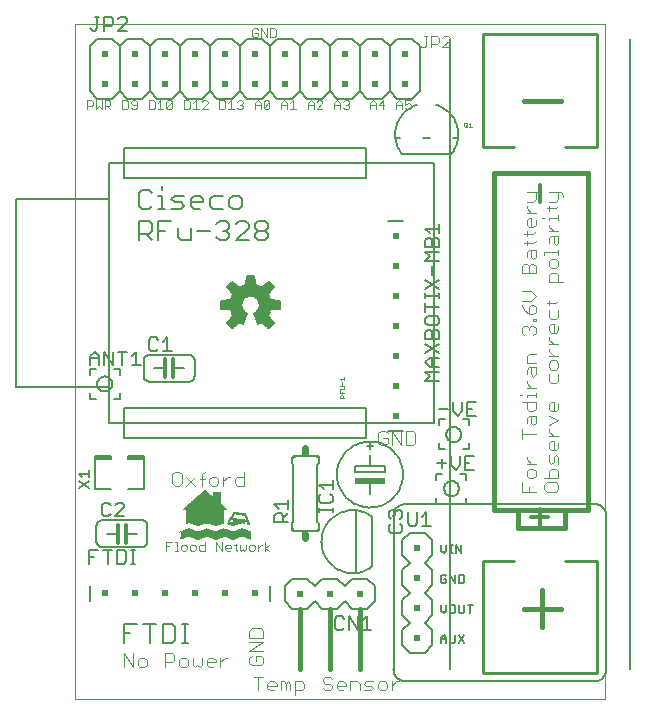
<source format=gto>
G75*
%MOIN*%
%OFA0B0*%
%FSLAX24Y24*%
%IPPOS*%
%LPD*%
%AMOC8*
5,1,8,0,0,1.08239X$1,22.5*
%
%ADD10C,0.0000*%
%ADD11C,0.0060*%
%ADD12C,0.0040*%
%ADD13C,0.0160*%
%ADD14R,0.0010X0.0005*%
%ADD15R,0.0130X0.0005*%
%ADD16R,0.0120X0.0005*%
%ADD17R,0.0080X0.0005*%
%ADD18R,0.0190X0.0005*%
%ADD19R,0.0110X0.0005*%
%ADD20R,0.0240X0.0005*%
%ADD21R,0.0250X0.0005*%
%ADD22R,0.0140X0.0005*%
%ADD23R,0.0290X0.0005*%
%ADD24R,0.0150X0.0005*%
%ADD25R,0.0340X0.0005*%
%ADD26R,0.0330X0.0005*%
%ADD27R,0.0170X0.0005*%
%ADD28R,0.0380X0.0005*%
%ADD29R,0.0390X0.0005*%
%ADD30R,0.0160X0.0005*%
%ADD31R,0.0440X0.0005*%
%ADD32R,0.0450X0.0005*%
%ADD33R,0.0430X0.0005*%
%ADD34R,0.0230X0.0005*%
%ADD35R,0.0530X0.0005*%
%ADD36R,0.0550X0.0005*%
%ADD37R,0.0520X0.0005*%
%ADD38R,0.0220X0.0005*%
%ADD39R,0.2350X0.0005*%
%ADD40R,0.0500X0.0005*%
%ADD41R,0.0460X0.0005*%
%ADD42R,0.0490X0.0005*%
%ADD43R,0.0370X0.0005*%
%ADD44R,0.0320X0.0005*%
%ADD45R,0.0300X0.0005*%
%ADD46R,0.0280X0.0005*%
%ADD47R,0.0310X0.0005*%
%ADD48R,0.0260X0.0005*%
%ADD49R,0.0210X0.0005*%
%ADD50R,0.0180X0.0005*%
%ADD51R,0.0090X0.0005*%
%ADD52R,0.0030X0.0005*%
%ADD53R,0.0020X0.0005*%
%ADD54R,0.0040X0.0005*%
%ADD55R,0.0270X0.0005*%
%ADD56R,0.0060X0.0005*%
%ADD57R,0.0350X0.0005*%
%ADD58R,0.0400X0.0005*%
%ADD59R,0.0410X0.0005*%
%ADD60R,0.0480X0.0005*%
%ADD61R,0.0070X0.0005*%
%ADD62R,0.0050X0.0005*%
%ADD63R,0.1130X0.0005*%
%ADD64R,0.1240X0.0005*%
%ADD65R,0.0560X0.0005*%
%ADD66R,0.0540X0.0005*%
%ADD67R,0.0420X0.0005*%
%ADD68R,0.0360X0.0005*%
%ADD69R,0.0100X0.0005*%
%ADD70R,0.0200X0.0005*%
%ADD71R,0.1480X0.0005*%
%ADD72R,0.1460X0.0005*%
%ADD73R,0.1440X0.0005*%
%ADD74R,0.1420X0.0005*%
%ADD75R,0.1390X0.0005*%
%ADD76R,0.1370X0.0005*%
%ADD77R,0.1350X0.0005*%
%ADD78R,0.1320X0.0005*%
%ADD79R,0.1300X0.0005*%
%ADD80R,0.1280X0.0005*%
%ADD81R,0.1260X0.0005*%
%ADD82R,0.1210X0.0005*%
%ADD83R,0.1190X0.0005*%
%ADD84R,0.1160X0.0005*%
%ADD85R,0.1140X0.0005*%
%ADD86R,0.1120X0.0005*%
%ADD87R,0.1100X0.0005*%
%ADD88R,0.1070X0.0005*%
%ADD89R,0.1050X0.0005*%
%ADD90R,0.1040X0.0005*%
%ADD91R,0.1030X0.0005*%
%ADD92R,0.1010X0.0005*%
%ADD93R,0.1000X0.0005*%
%ADD94R,0.0990X0.0005*%
%ADD95R,0.0980X0.0005*%
%ADD96R,0.0970X0.0005*%
%ADD97R,0.0960X0.0005*%
%ADD98R,0.0940X0.0005*%
%ADD99R,0.0930X0.0005*%
%ADD100R,0.0920X0.0005*%
%ADD101R,0.0910X0.0005*%
%ADD102R,0.0900X0.0005*%
%ADD103R,0.0890X0.0005*%
%ADD104R,0.0880X0.0005*%
%ADD105R,0.0870X0.0005*%
%ADD106R,0.0860X0.0005*%
%ADD107R,0.0840X0.0005*%
%ADD108R,0.0830X0.0005*%
%ADD109R,0.0820X0.0005*%
%ADD110R,0.0810X0.0005*%
%ADD111R,0.0800X0.0005*%
%ADD112R,0.0790X0.0005*%
%ADD113R,0.0510X0.0005*%
%ADD114C,0.0030*%
%ADD115C,0.0080*%
%ADD116C,0.0010*%
%ADD117C,0.0050*%
%ADD118R,0.0200X0.0200*%
%ADD119C,0.0020*%
%ADD120C,0.0240*%
%ADD121C,0.0006*%
%ADD122R,0.0240X0.0100*%
%ADD123C,0.0059*%
%ADD124C,0.0100*%
%ADD125C,0.0120*%
%ADD126C,0.0070*%
%ADD127R,0.1000X0.0200*%
D10*
X002074Y001361D02*
X002074Y023857D01*
X019743Y023857D01*
X019743Y001361D01*
X002074Y001361D01*
D11*
X003721Y003227D02*
X003721Y003868D01*
X004148Y003868D01*
X004365Y003868D02*
X004792Y003868D01*
X004579Y003868D02*
X004579Y003227D01*
X005010Y003227D02*
X005010Y003868D01*
X005330Y003868D01*
X005437Y003761D01*
X005437Y003334D01*
X005330Y003227D01*
X005010Y003227D01*
X005654Y003227D02*
X005868Y003227D01*
X005761Y003227D02*
X005761Y003868D01*
X005654Y003868D02*
X005868Y003868D01*
X003934Y003548D02*
X003721Y003548D01*
X004299Y006423D02*
X002999Y006423D01*
X002973Y006425D01*
X002947Y006430D01*
X002922Y006438D01*
X002899Y006450D01*
X002877Y006464D01*
X002858Y006482D01*
X002840Y006501D01*
X002826Y006523D01*
X002814Y006546D01*
X002806Y006571D01*
X002801Y006597D01*
X002799Y006623D01*
X002799Y007123D01*
X002801Y007149D01*
X002806Y007175D01*
X002814Y007200D01*
X002826Y007223D01*
X002840Y007245D01*
X002858Y007264D01*
X002877Y007282D01*
X002899Y007296D01*
X002922Y007308D01*
X002947Y007316D01*
X002973Y007321D01*
X002999Y007323D01*
X004299Y007323D01*
X004325Y007321D01*
X004351Y007316D01*
X004376Y007308D01*
X004399Y007296D01*
X004421Y007282D01*
X004440Y007264D01*
X004458Y007245D01*
X004472Y007223D01*
X004484Y007200D01*
X004492Y007175D01*
X004497Y007149D01*
X004499Y007123D01*
X004499Y006623D01*
X004497Y006597D01*
X004492Y006571D01*
X004484Y006546D01*
X004472Y006523D01*
X004458Y006501D01*
X004440Y006482D01*
X004421Y006464D01*
X004399Y006450D01*
X004376Y006438D01*
X004351Y006430D01*
X004325Y006425D01*
X004299Y006423D01*
X004149Y006873D02*
X003779Y006873D01*
X003529Y006873D02*
X003149Y006873D01*
X003374Y011361D02*
X003574Y011361D01*
X003574Y011561D01*
X002824Y011861D02*
X002826Y011892D01*
X002832Y011923D01*
X002842Y011953D01*
X002855Y011981D01*
X002872Y012008D01*
X002892Y012032D01*
X002915Y012054D01*
X002940Y012072D01*
X002968Y012087D01*
X002997Y012099D01*
X003027Y012107D01*
X003058Y012111D01*
X003090Y012111D01*
X003121Y012107D01*
X003151Y012099D01*
X003180Y012087D01*
X003208Y012072D01*
X003233Y012054D01*
X003256Y012032D01*
X003276Y012008D01*
X003293Y011981D01*
X003306Y011953D01*
X003316Y011923D01*
X003322Y011892D01*
X003324Y011861D01*
X003322Y011830D01*
X003316Y011799D01*
X003306Y011769D01*
X003293Y011741D01*
X003276Y011714D01*
X003256Y011690D01*
X003233Y011668D01*
X003208Y011650D01*
X003180Y011635D01*
X003151Y011623D01*
X003121Y011615D01*
X003090Y011611D01*
X003058Y011611D01*
X003027Y011615D01*
X002997Y011623D01*
X002968Y011635D01*
X002940Y011650D01*
X002915Y011668D01*
X002892Y011690D01*
X002872Y011714D01*
X002855Y011741D01*
X002842Y011769D01*
X002832Y011799D01*
X002826Y011830D01*
X002824Y011861D01*
X002574Y012161D02*
X002574Y012361D01*
X002774Y012361D01*
X003374Y012361D02*
X003574Y012361D01*
X003574Y012161D01*
X004373Y012135D02*
X004373Y012635D01*
X004375Y012661D01*
X004380Y012687D01*
X004388Y012712D01*
X004400Y012735D01*
X004414Y012757D01*
X004432Y012776D01*
X004451Y012794D01*
X004473Y012808D01*
X004496Y012820D01*
X004521Y012828D01*
X004547Y012833D01*
X004573Y012835D01*
X005873Y012835D01*
X005899Y012833D01*
X005925Y012828D01*
X005950Y012820D01*
X005973Y012808D01*
X005995Y012794D01*
X006014Y012776D01*
X006032Y012757D01*
X006046Y012735D01*
X006058Y012712D01*
X006066Y012687D01*
X006071Y012661D01*
X006073Y012635D01*
X006073Y012135D01*
X006071Y012109D01*
X006066Y012083D01*
X006058Y012058D01*
X006046Y012035D01*
X006032Y012013D01*
X006014Y011994D01*
X005995Y011976D01*
X005973Y011962D01*
X005950Y011950D01*
X005925Y011942D01*
X005899Y011937D01*
X005873Y011935D01*
X004573Y011935D01*
X004547Y011937D01*
X004521Y011942D01*
X004496Y011950D01*
X004473Y011962D01*
X004451Y011976D01*
X004432Y011994D01*
X004414Y012013D01*
X004400Y012035D01*
X004388Y012058D01*
X004380Y012083D01*
X004375Y012109D01*
X004373Y012135D01*
X004723Y012385D02*
X005103Y012385D01*
X005353Y012385D02*
X005723Y012385D01*
X002774Y011361D02*
X002574Y011361D01*
X002574Y011561D01*
X004224Y016646D02*
X004224Y017286D01*
X004545Y017286D01*
X004651Y017180D01*
X004651Y016966D01*
X004545Y016859D01*
X004224Y016859D01*
X004438Y016859D02*
X004651Y016646D01*
X004869Y016646D02*
X004869Y017286D01*
X005296Y017286D01*
X005513Y017073D02*
X005513Y016753D01*
X005620Y016646D01*
X005941Y016646D01*
X005941Y017073D01*
X006158Y016966D02*
X006585Y016966D01*
X006803Y016753D02*
X006909Y016646D01*
X007123Y016646D01*
X007230Y016753D01*
X007230Y016859D01*
X007123Y016966D01*
X007016Y016966D01*
X007123Y016966D02*
X007230Y017073D01*
X007230Y017180D01*
X007123Y017286D01*
X006909Y017286D01*
X006803Y017180D01*
X006694Y017696D02*
X007015Y017696D01*
X007232Y017803D02*
X007339Y017696D01*
X007553Y017696D01*
X007659Y017803D01*
X007659Y018016D01*
X007553Y018123D01*
X007339Y018123D01*
X007232Y018016D01*
X007232Y017803D01*
X007015Y018123D02*
X006694Y018123D01*
X006588Y018016D01*
X006588Y017803D01*
X006694Y017696D01*
X006370Y017909D02*
X006370Y018016D01*
X006263Y018123D01*
X006050Y018123D01*
X005943Y018016D01*
X005943Y017803D01*
X006050Y017696D01*
X006263Y017696D01*
X006370Y017909D02*
X005943Y017909D01*
X005726Y017803D02*
X005619Y017696D01*
X005299Y017696D01*
X005082Y017696D02*
X004869Y017696D01*
X004976Y017696D02*
X004976Y018123D01*
X004869Y018123D01*
X004976Y018336D02*
X004976Y018443D01*
X005299Y018016D02*
X005405Y018123D01*
X005726Y018123D01*
X005619Y017909D02*
X005405Y017909D01*
X005299Y018016D01*
X005619Y017909D02*
X005726Y017803D01*
X005082Y016966D02*
X004869Y016966D01*
X004545Y017696D02*
X004331Y017696D01*
X004224Y017803D01*
X004224Y018230D01*
X004331Y018336D01*
X004545Y018336D01*
X004651Y018230D01*
X004651Y017803D02*
X004545Y017696D01*
X007447Y017180D02*
X007554Y017286D01*
X007767Y017286D01*
X007874Y017180D01*
X007874Y017073D01*
X007447Y016646D01*
X007874Y016646D01*
X008092Y016753D02*
X008092Y016859D01*
X008198Y016966D01*
X008412Y016966D01*
X008519Y016859D01*
X008519Y016753D01*
X008412Y016646D01*
X008198Y016646D01*
X008092Y016753D01*
X008198Y016966D02*
X008092Y017073D01*
X008092Y017180D01*
X008198Y017286D01*
X008412Y017286D01*
X008519Y017180D01*
X008519Y017073D01*
X008412Y016966D01*
X008324Y021361D02*
X007824Y021361D01*
X007574Y021611D01*
X007574Y023111D01*
X007824Y023361D01*
X008324Y023361D01*
X008574Y023111D01*
X008574Y021611D01*
X008824Y021361D01*
X009324Y021361D01*
X009574Y021611D01*
X009574Y023111D01*
X009824Y023361D01*
X010324Y023361D01*
X010574Y023111D01*
X010574Y021611D01*
X010324Y021361D01*
X009824Y021361D01*
X009574Y021611D01*
X010574Y021611D02*
X010824Y021361D01*
X011324Y021361D01*
X011574Y021611D01*
X011574Y023111D01*
X011824Y023361D01*
X012324Y023361D01*
X012574Y023111D01*
X012824Y023361D01*
X013324Y023361D01*
X013574Y023111D01*
X013574Y021611D01*
X013324Y021361D01*
X012824Y021361D01*
X012574Y021611D01*
X012574Y023111D01*
X011574Y023111D02*
X011324Y023361D01*
X010824Y023361D01*
X010574Y023111D01*
X009574Y023111D02*
X009324Y023361D01*
X008824Y023361D01*
X008574Y023111D01*
X007574Y023111D02*
X007324Y023361D01*
X006824Y023361D01*
X006574Y023111D01*
X006574Y021611D01*
X006824Y021361D01*
X007324Y021361D01*
X007574Y021611D01*
X008324Y021361D02*
X008574Y021611D01*
X006574Y021611D02*
X006324Y021361D01*
X005824Y021361D01*
X005574Y021611D01*
X005574Y023111D01*
X005824Y023361D01*
X006324Y023361D01*
X006574Y023111D01*
X005574Y023111D02*
X005324Y023361D01*
X004824Y023361D01*
X004574Y023111D01*
X004574Y021611D01*
X004824Y021361D01*
X005324Y021361D01*
X005574Y021611D01*
X004574Y021611D02*
X004324Y021361D01*
X003824Y021361D01*
X003574Y021611D01*
X003574Y023111D01*
X003824Y023361D01*
X004324Y023361D01*
X004574Y023111D01*
X003574Y023111D02*
X003324Y023361D01*
X002824Y023361D01*
X002574Y023111D01*
X002574Y021611D01*
X002824Y021361D01*
X003324Y021361D01*
X003574Y021611D01*
X011574Y021611D02*
X011824Y021361D01*
X012324Y021361D01*
X012574Y021611D01*
X014208Y010676D02*
X014208Y010476D01*
X014208Y010676D02*
X014408Y010676D01*
X014458Y010176D02*
X014460Y010207D01*
X014466Y010238D01*
X014476Y010268D01*
X014489Y010296D01*
X014506Y010323D01*
X014526Y010347D01*
X014549Y010369D01*
X014574Y010387D01*
X014602Y010402D01*
X014631Y010414D01*
X014661Y010422D01*
X014692Y010426D01*
X014724Y010426D01*
X014755Y010422D01*
X014785Y010414D01*
X014814Y010402D01*
X014842Y010387D01*
X014867Y010369D01*
X014890Y010347D01*
X014910Y010323D01*
X014927Y010296D01*
X014940Y010268D01*
X014950Y010238D01*
X014956Y010207D01*
X014958Y010176D01*
X014956Y010145D01*
X014950Y010114D01*
X014940Y010084D01*
X014927Y010056D01*
X014910Y010029D01*
X014890Y010005D01*
X014867Y009983D01*
X014842Y009965D01*
X014814Y009950D01*
X014785Y009938D01*
X014755Y009930D01*
X014724Y009926D01*
X014692Y009926D01*
X014661Y009930D01*
X014631Y009938D01*
X014602Y009950D01*
X014574Y009965D01*
X014549Y009983D01*
X014526Y010005D01*
X014506Y010029D01*
X014489Y010056D01*
X014476Y010084D01*
X014466Y010114D01*
X014460Y010145D01*
X014458Y010176D01*
X014208Y009876D02*
X014208Y009676D01*
X014408Y009676D01*
X015008Y009676D02*
X015208Y009676D01*
X015208Y009876D01*
X015208Y010476D02*
X015208Y010676D01*
X015008Y010676D01*
X014937Y008873D02*
X015137Y008873D01*
X015137Y008673D01*
X014387Y008373D02*
X014389Y008404D01*
X014395Y008435D01*
X014405Y008465D01*
X014418Y008493D01*
X014435Y008520D01*
X014455Y008544D01*
X014478Y008566D01*
X014503Y008584D01*
X014531Y008599D01*
X014560Y008611D01*
X014590Y008619D01*
X014621Y008623D01*
X014653Y008623D01*
X014684Y008619D01*
X014714Y008611D01*
X014743Y008599D01*
X014771Y008584D01*
X014796Y008566D01*
X014819Y008544D01*
X014839Y008520D01*
X014856Y008493D01*
X014869Y008465D01*
X014879Y008435D01*
X014885Y008404D01*
X014887Y008373D01*
X014885Y008342D01*
X014879Y008311D01*
X014869Y008281D01*
X014856Y008253D01*
X014839Y008226D01*
X014819Y008202D01*
X014796Y008180D01*
X014771Y008162D01*
X014743Y008147D01*
X014714Y008135D01*
X014684Y008127D01*
X014653Y008123D01*
X014621Y008123D01*
X014590Y008127D01*
X014560Y008135D01*
X014531Y008147D01*
X014503Y008162D01*
X014478Y008180D01*
X014455Y008202D01*
X014435Y008226D01*
X014418Y008253D01*
X014405Y008281D01*
X014395Y008311D01*
X014389Y008342D01*
X014387Y008373D01*
X014137Y008073D02*
X014137Y007873D01*
X014337Y007873D01*
X014937Y007873D02*
X015137Y007873D01*
X015137Y008073D01*
X014337Y008873D02*
X014137Y008873D01*
X014137Y008673D01*
X012416Y008941D02*
X012416Y009141D01*
X011916Y009141D01*
X011416Y009141D01*
X011416Y008941D01*
X012416Y008941D01*
X010816Y008841D02*
X010818Y008907D01*
X010824Y008972D01*
X010834Y009037D01*
X010847Y009102D01*
X010865Y009165D01*
X010886Y009228D01*
X010911Y009288D01*
X010940Y009348D01*
X010972Y009405D01*
X011007Y009461D01*
X011046Y009514D01*
X011088Y009565D01*
X011132Y009613D01*
X011180Y009658D01*
X011230Y009701D01*
X011283Y009740D01*
X011338Y009777D01*
X011395Y009810D01*
X011454Y009839D01*
X011514Y009865D01*
X011576Y009887D01*
X011639Y009906D01*
X011703Y009920D01*
X011768Y009931D01*
X011834Y009938D01*
X011900Y009941D01*
X011965Y009940D01*
X012031Y009935D01*
X012096Y009926D01*
X012161Y009913D01*
X012224Y009897D01*
X012287Y009877D01*
X012348Y009852D01*
X012408Y009825D01*
X012466Y009794D01*
X012522Y009759D01*
X012576Y009721D01*
X012627Y009680D01*
X012676Y009636D01*
X012722Y009589D01*
X012766Y009540D01*
X012806Y009488D01*
X012843Y009433D01*
X012877Y009377D01*
X012907Y009318D01*
X012934Y009258D01*
X012957Y009197D01*
X012976Y009134D01*
X012992Y009070D01*
X013004Y009005D01*
X013012Y008940D01*
X013016Y008874D01*
X013016Y008808D01*
X013012Y008742D01*
X013004Y008677D01*
X012992Y008612D01*
X012976Y008548D01*
X012957Y008485D01*
X012934Y008424D01*
X012907Y008364D01*
X012877Y008305D01*
X012843Y008249D01*
X012806Y008194D01*
X012766Y008142D01*
X012722Y008093D01*
X012676Y008046D01*
X012627Y008002D01*
X012576Y007961D01*
X012522Y007923D01*
X012466Y007888D01*
X012408Y007857D01*
X012348Y007830D01*
X012287Y007805D01*
X012224Y007785D01*
X012161Y007769D01*
X012096Y007756D01*
X012031Y007747D01*
X011965Y007742D01*
X011900Y007741D01*
X011834Y007744D01*
X011768Y007751D01*
X011703Y007762D01*
X011639Y007776D01*
X011576Y007795D01*
X011514Y007817D01*
X011454Y007843D01*
X011395Y007872D01*
X011338Y007905D01*
X011283Y007942D01*
X011230Y007981D01*
X011180Y008024D01*
X011132Y008069D01*
X011088Y008117D01*
X011046Y008168D01*
X011007Y008221D01*
X010972Y008277D01*
X010940Y008334D01*
X010911Y008394D01*
X010886Y008454D01*
X010865Y008517D01*
X010847Y008580D01*
X010834Y008645D01*
X010824Y008710D01*
X010818Y008775D01*
X010816Y008841D01*
X010209Y009219D02*
X010209Y009369D01*
X010109Y009469D02*
X009409Y009469D01*
X009309Y009369D02*
X009309Y009219D01*
X009359Y009169D01*
X009359Y007269D01*
X009309Y007219D01*
X009309Y007069D01*
X009409Y006969D02*
X010109Y006969D01*
X010209Y007069D02*
X010209Y007219D01*
X010159Y007269D01*
X010159Y009169D01*
X010209Y009219D01*
X011453Y007650D02*
X011453Y007493D01*
X011453Y006718D01*
X011453Y006493D01*
X011453Y005718D01*
X011453Y005560D01*
X012003Y005780D02*
X012003Y007430D01*
X011916Y008191D02*
X011916Y008591D01*
X011916Y009141D02*
X011916Y009491D01*
X011916Y009691D02*
X011916Y009891D01*
X011816Y009791D02*
X012016Y009791D01*
X012003Y007430D02*
X011952Y007467D01*
X011899Y007502D01*
X011843Y007534D01*
X011786Y007562D01*
X011727Y007586D01*
X011667Y007607D01*
X011606Y007624D01*
X011544Y007638D01*
X011481Y007647D01*
X011418Y007653D01*
X011354Y007655D01*
X011290Y007653D01*
X011227Y007647D01*
X011164Y007638D01*
X011102Y007625D01*
X011041Y007607D01*
X010981Y007587D01*
X010922Y007562D01*
X010865Y007535D01*
X010809Y007503D01*
X010756Y007469D01*
X010705Y007431D01*
X010656Y007390D01*
X010610Y007346D01*
X010566Y007300D01*
X010525Y007251D01*
X010488Y007200D01*
X010453Y007146D01*
X010422Y007091D01*
X010394Y007034D01*
X010370Y006975D01*
X010350Y006915D01*
X010333Y006854D01*
X010320Y006793D01*
X010311Y006730D01*
X010305Y006668D01*
X010303Y006605D01*
X010305Y006542D01*
X010311Y006480D01*
X010320Y006417D01*
X010333Y006356D01*
X010350Y006295D01*
X010370Y006235D01*
X010394Y006176D01*
X010422Y006119D01*
X010453Y006064D01*
X010488Y006010D01*
X010525Y005959D01*
X010566Y005910D01*
X010610Y005864D01*
X010656Y005820D01*
X010705Y005779D01*
X010756Y005741D01*
X010809Y005707D01*
X010865Y005675D01*
X010922Y005648D01*
X010981Y005623D01*
X011041Y005603D01*
X011102Y005585D01*
X011164Y005572D01*
X011227Y005563D01*
X011290Y005557D01*
X011354Y005555D01*
X011418Y005557D01*
X011481Y005563D01*
X011544Y005572D01*
X011606Y005586D01*
X011667Y005603D01*
X011727Y005624D01*
X011786Y005648D01*
X011843Y005676D01*
X011899Y005708D01*
X011952Y005743D01*
X012003Y005780D01*
D12*
X010574Y002103D02*
X010420Y002103D01*
X010343Y002026D01*
X010343Y001950D01*
X010420Y001873D01*
X010574Y001873D01*
X010650Y001796D01*
X010650Y001719D01*
X010574Y001643D01*
X010420Y001643D01*
X010343Y001719D01*
X010650Y002026D02*
X010574Y002103D01*
X010804Y001873D02*
X010880Y001950D01*
X011034Y001950D01*
X011111Y001873D01*
X011111Y001796D01*
X010804Y001796D01*
X010804Y001719D02*
X010804Y001873D01*
X010804Y001719D02*
X010880Y001643D01*
X011034Y001643D01*
X011264Y001643D02*
X011264Y001950D01*
X011494Y001950D01*
X011571Y001873D01*
X011571Y001643D01*
X011725Y001643D02*
X011955Y001643D01*
X012031Y001719D01*
X011955Y001796D01*
X011801Y001796D01*
X011725Y001873D01*
X011801Y001950D01*
X012031Y001950D01*
X012185Y001873D02*
X012185Y001719D01*
X012262Y001643D01*
X012415Y001643D01*
X012492Y001719D01*
X012492Y001873D01*
X012415Y001950D01*
X012262Y001950D01*
X012185Y001873D01*
X012645Y001950D02*
X012645Y001643D01*
X012645Y001796D02*
X012799Y001950D01*
X012875Y001950D01*
X009729Y001873D02*
X009729Y001719D01*
X009653Y001643D01*
X009423Y001643D01*
X009423Y001489D02*
X009423Y001950D01*
X009653Y001950D01*
X009729Y001873D01*
X009269Y001873D02*
X009269Y001643D01*
X009116Y001643D02*
X009116Y001873D01*
X009192Y001950D01*
X009269Y001873D01*
X009116Y001873D02*
X009039Y001950D01*
X008962Y001950D01*
X008962Y001643D01*
X008809Y001796D02*
X008502Y001796D01*
X008502Y001719D02*
X008502Y001873D01*
X008579Y001950D01*
X008732Y001950D01*
X008809Y001873D01*
X008809Y001796D01*
X008732Y001643D02*
X008579Y001643D01*
X008502Y001719D01*
X008195Y001643D02*
X008195Y002103D01*
X008348Y002103D02*
X008041Y002103D01*
X007973Y002487D02*
X008280Y002487D01*
X008357Y002564D01*
X008357Y002718D01*
X008280Y002794D01*
X008127Y002794D01*
X008127Y002641D01*
X007973Y002794D02*
X007897Y002718D01*
X007897Y002564D01*
X007973Y002487D01*
X007897Y002948D02*
X008357Y003255D01*
X007897Y003255D01*
X007897Y003408D02*
X007897Y003638D01*
X007973Y003715D01*
X008280Y003715D01*
X008357Y003638D01*
X008357Y003408D01*
X007897Y003408D01*
X007897Y002948D02*
X008357Y002948D01*
X007164Y002737D02*
X007087Y002737D01*
X006933Y002583D01*
X006933Y002430D02*
X006933Y002737D01*
X006780Y002660D02*
X006780Y002583D01*
X006473Y002583D01*
X006473Y002507D02*
X006473Y002660D01*
X006550Y002737D01*
X006703Y002737D01*
X006780Y002660D01*
X006703Y002430D02*
X006550Y002430D01*
X006473Y002507D01*
X006320Y002507D02*
X006243Y002430D01*
X006166Y002507D01*
X006089Y002430D01*
X006013Y002507D01*
X006013Y002737D01*
X005859Y002660D02*
X005782Y002737D01*
X005629Y002737D01*
X005552Y002660D01*
X005552Y002507D01*
X005629Y002430D01*
X005782Y002430D01*
X005859Y002507D01*
X005859Y002660D01*
X005399Y002660D02*
X005322Y002583D01*
X005092Y002583D01*
X005092Y002430D02*
X005092Y002890D01*
X005322Y002890D01*
X005399Y002814D01*
X005399Y002660D01*
X006320Y002737D02*
X006320Y002507D01*
X004478Y002507D02*
X004401Y002430D01*
X004248Y002430D01*
X004171Y002507D01*
X004171Y002660D01*
X004248Y002737D01*
X004401Y002737D01*
X004478Y002660D01*
X004478Y002507D01*
X004018Y002430D02*
X004018Y002890D01*
X003711Y002890D02*
X003711Y002430D01*
X004018Y002430D02*
X003711Y002890D01*
X005411Y008468D02*
X005334Y008544D01*
X005334Y008851D01*
X005411Y008928D01*
X005564Y008928D01*
X005641Y008851D01*
X005641Y008544D01*
X005564Y008468D01*
X005411Y008468D01*
X005794Y008468D02*
X006101Y008775D01*
X006255Y008698D02*
X006408Y008698D01*
X006562Y008698D02*
X006562Y008544D01*
X006638Y008468D01*
X006792Y008468D01*
X006869Y008544D01*
X006869Y008698D01*
X006792Y008775D01*
X006638Y008775D01*
X006562Y008698D01*
X006408Y008928D02*
X006331Y008851D01*
X006331Y008468D01*
X006101Y008468D02*
X005794Y008775D01*
X007022Y008775D02*
X007022Y008468D01*
X007022Y008621D02*
X007176Y008775D01*
X007252Y008775D01*
X007406Y008698D02*
X007482Y008775D01*
X007713Y008775D01*
X007713Y008928D02*
X007713Y008468D01*
X007482Y008468D01*
X007406Y008544D01*
X007406Y008698D01*
X012200Y009905D02*
X012277Y009828D01*
X012430Y009828D01*
X012507Y009905D01*
X012507Y010058D01*
X012354Y010058D01*
X012507Y010212D02*
X012430Y010288D01*
X012277Y010288D01*
X012200Y010212D01*
X012200Y009905D01*
X012661Y009828D02*
X012661Y010288D01*
X012967Y009828D01*
X012967Y010288D01*
X013121Y010288D02*
X013351Y010288D01*
X013428Y010212D01*
X013428Y009905D01*
X013351Y009828D01*
X013121Y009828D01*
X013121Y010288D01*
X016908Y011494D02*
X016985Y011494D01*
X017139Y011494D02*
X017446Y011494D01*
X017446Y011570D02*
X017446Y011417D01*
X017446Y011263D02*
X017446Y011033D01*
X017369Y010956D01*
X017215Y010956D01*
X017139Y011033D01*
X017139Y011263D01*
X016985Y011263D02*
X017446Y011263D01*
X017139Y011417D02*
X017139Y011494D01*
X017139Y011724D02*
X017446Y011724D01*
X017292Y011724D02*
X017139Y011877D01*
X017139Y011954D01*
X017139Y012184D02*
X017139Y012338D01*
X017215Y012414D01*
X017446Y012414D01*
X017446Y012184D01*
X017369Y012107D01*
X017292Y012184D01*
X017292Y012414D01*
X017139Y012568D02*
X017139Y012798D01*
X017215Y012875D01*
X017446Y012875D01*
X017446Y012568D02*
X017139Y012568D01*
X017889Y012568D02*
X017889Y012414D01*
X017965Y012338D01*
X018119Y012338D01*
X018196Y012414D01*
X018196Y012568D01*
X018119Y012645D01*
X017965Y012645D01*
X017889Y012568D01*
X017889Y012798D02*
X018196Y012798D01*
X018042Y012798D02*
X017889Y012952D01*
X017889Y013028D01*
X017889Y013182D02*
X018196Y013182D01*
X018042Y013182D02*
X017889Y013335D01*
X017889Y013412D01*
X017965Y013565D02*
X017889Y013642D01*
X017889Y013796D01*
X017965Y013872D01*
X018042Y013872D01*
X018042Y013565D01*
X018119Y013565D02*
X017965Y013565D01*
X018119Y013565D02*
X018196Y013642D01*
X018196Y013796D01*
X018119Y014026D02*
X017965Y014026D01*
X017889Y014103D01*
X017889Y014333D01*
X017889Y014486D02*
X017889Y014640D01*
X017812Y014563D02*
X018119Y014563D01*
X018196Y014640D01*
X018196Y014333D02*
X018196Y014103D01*
X018119Y014026D01*
X017446Y014026D02*
X017446Y013949D01*
X017369Y013949D01*
X017369Y014026D01*
X017446Y014026D01*
X017369Y014179D02*
X017446Y014256D01*
X017446Y014409D01*
X017369Y014486D01*
X017292Y014486D01*
X017215Y014409D01*
X017215Y014179D01*
X017369Y014179D01*
X017215Y014179D02*
X017062Y014333D01*
X016985Y014486D01*
X016985Y014640D02*
X017292Y014640D01*
X017446Y014793D01*
X017292Y014947D01*
X016985Y014947D01*
X016985Y015560D02*
X016985Y015791D01*
X017062Y015867D01*
X017139Y015867D01*
X017215Y015791D01*
X017215Y015560D01*
X016985Y015560D02*
X017446Y015560D01*
X017446Y015791D01*
X017369Y015867D01*
X017292Y015867D01*
X017215Y015791D01*
X017369Y016021D02*
X017292Y016098D01*
X017292Y016328D01*
X017215Y016328D02*
X017446Y016328D01*
X017446Y016098D01*
X017369Y016021D01*
X017139Y016098D02*
X017139Y016251D01*
X017215Y016328D01*
X017139Y016481D02*
X017139Y016635D01*
X017062Y016558D02*
X017369Y016558D01*
X017446Y016635D01*
X017369Y016865D02*
X017446Y016942D01*
X017369Y016865D02*
X017062Y016865D01*
X017139Y016788D02*
X017139Y016942D01*
X017215Y017095D02*
X017139Y017172D01*
X017139Y017325D01*
X017215Y017402D01*
X017292Y017402D01*
X017292Y017095D01*
X017369Y017095D02*
X017215Y017095D01*
X017369Y017095D02*
X017446Y017172D01*
X017446Y017325D01*
X017658Y017402D02*
X017735Y017402D01*
X017889Y017402D02*
X018196Y017402D01*
X018196Y017325D02*
X018196Y017479D01*
X018119Y017709D02*
X017812Y017709D01*
X017889Y017632D02*
X017889Y017786D01*
X017889Y017939D02*
X018119Y017939D01*
X018196Y018016D01*
X018196Y018246D01*
X018272Y018246D02*
X018349Y018169D01*
X018349Y018093D01*
X018272Y018246D02*
X017889Y018246D01*
X017599Y018169D02*
X017599Y018093D01*
X017599Y018169D02*
X017522Y018246D01*
X017139Y018246D01*
X017446Y018246D02*
X017446Y018016D01*
X017369Y017939D01*
X017139Y017939D01*
X017139Y017786D02*
X017139Y017709D01*
X017292Y017555D01*
X017139Y017555D02*
X017446Y017555D01*
X017889Y017402D02*
X017889Y017325D01*
X017889Y017172D02*
X017889Y017095D01*
X018042Y016942D01*
X017889Y016942D02*
X018196Y016942D01*
X018196Y016788D02*
X018196Y016558D01*
X018119Y016481D01*
X018042Y016558D01*
X018042Y016788D01*
X017965Y016788D02*
X018196Y016788D01*
X017965Y016788D02*
X017889Y016711D01*
X017889Y016558D01*
X018196Y016328D02*
X018196Y016174D01*
X018196Y016251D02*
X017735Y016251D01*
X017735Y016174D01*
X017889Y015944D02*
X017889Y015791D01*
X017965Y015714D01*
X018119Y015714D01*
X018196Y015791D01*
X018196Y015944D01*
X018119Y016021D01*
X017965Y016021D01*
X017889Y015944D01*
X017965Y015560D02*
X018119Y015560D01*
X018196Y015484D01*
X018196Y015253D01*
X018349Y015253D02*
X017889Y015253D01*
X017889Y015484D01*
X017965Y015560D01*
X017369Y013796D02*
X017446Y013719D01*
X017446Y013565D01*
X017369Y013489D01*
X017215Y013642D02*
X017215Y013719D01*
X017292Y013796D01*
X017369Y013796D01*
X017215Y013719D02*
X017139Y013796D01*
X017062Y013796D01*
X016985Y013719D01*
X016985Y013565D01*
X017062Y013489D01*
X017889Y012184D02*
X017889Y011954D01*
X017965Y011877D01*
X018119Y011877D01*
X018196Y011954D01*
X018196Y012184D01*
X018042Y011263D02*
X017965Y011263D01*
X017889Y011187D01*
X017889Y011033D01*
X017965Y010956D01*
X018119Y010956D01*
X018196Y011033D01*
X018196Y011187D01*
X018042Y011263D02*
X018042Y010956D01*
X017889Y010803D02*
X018196Y010650D01*
X017889Y010496D01*
X017889Y010343D02*
X017889Y010266D01*
X018042Y010112D01*
X018042Y009959D02*
X017965Y009959D01*
X017889Y009882D01*
X017889Y009729D01*
X017965Y009652D01*
X018119Y009652D01*
X018196Y009729D01*
X018196Y009882D01*
X018042Y009959D02*
X018042Y009652D01*
X018119Y009499D02*
X018042Y009422D01*
X018042Y009268D01*
X017965Y009192D01*
X017889Y009268D01*
X017889Y009499D01*
X018119Y009499D02*
X018196Y009422D01*
X018196Y009192D01*
X018119Y009038D02*
X017965Y009038D01*
X017889Y008961D01*
X017889Y008731D01*
X017735Y008731D02*
X018196Y008731D01*
X018196Y008961D01*
X018119Y009038D01*
X018119Y008578D02*
X017812Y008578D01*
X017735Y008501D01*
X017735Y008348D01*
X017812Y008271D01*
X018119Y008271D01*
X018196Y008348D01*
X018196Y008501D01*
X018119Y008578D01*
X017446Y008808D02*
X017369Y008731D01*
X017215Y008731D01*
X017139Y008808D01*
X017139Y008961D01*
X017215Y009038D01*
X017369Y009038D01*
X017446Y008961D01*
X017446Y008808D01*
X017215Y008424D02*
X017215Y008271D01*
X016985Y008271D02*
X016985Y008578D01*
X016985Y008271D02*
X017446Y008271D01*
X017446Y009192D02*
X017139Y009192D01*
X017292Y009192D02*
X017139Y009345D01*
X017139Y009422D01*
X016985Y010036D02*
X016985Y010343D01*
X016985Y010189D02*
X017446Y010189D01*
X017369Y010496D02*
X017292Y010573D01*
X017292Y010803D01*
X017215Y010803D02*
X017446Y010803D01*
X017446Y010573D01*
X017369Y010496D01*
X017139Y010573D02*
X017139Y010726D01*
X017215Y010803D01*
X017889Y010112D02*
X018196Y010112D01*
X018119Y017709D02*
X018196Y017786D01*
D13*
X019200Y018881D02*
X016050Y018881D01*
X016050Y007660D01*
X016838Y007660D01*
X016838Y007070D01*
X018412Y007070D01*
X018412Y007660D01*
X016838Y007660D01*
X018412Y007660D02*
X019200Y007660D01*
X019200Y018881D01*
X018275Y021291D02*
X017048Y021291D01*
X017661Y004976D02*
X017661Y003748D01*
X017048Y004362D02*
X018275Y004362D01*
X011574Y004361D02*
X011574Y002361D01*
X010574Y002361D02*
X010574Y004361D01*
X009574Y004361D02*
X009574Y002361D01*
D14*
X007943Y006674D03*
X007943Y006679D03*
X006981Y007658D03*
X005603Y006876D03*
D15*
X006183Y006679D03*
X006183Y006674D03*
X007073Y006994D03*
X007073Y006999D03*
X007883Y006709D03*
X007883Y006704D03*
D16*
X007368Y006679D03*
X007368Y006674D03*
X006778Y006674D03*
X006778Y006679D03*
X006478Y006994D03*
X006478Y006999D03*
X006418Y008244D03*
X006418Y008249D03*
D17*
X006418Y008264D03*
X006418Y008269D03*
X007438Y007559D03*
X007438Y007554D03*
X007248Y007319D03*
X007248Y007314D03*
X007238Y007309D03*
X007238Y007304D03*
X007228Y007239D03*
X007228Y007234D03*
X007668Y007009D03*
X007668Y007004D03*
X007868Y007224D03*
X007868Y007229D03*
X007908Y006689D03*
X007908Y006684D03*
X005638Y006684D03*
X005638Y006689D03*
D18*
X005693Y006734D03*
X005693Y006739D03*
X006183Y006689D03*
X006183Y006684D03*
X006773Y006684D03*
X006773Y006689D03*
X007363Y006689D03*
X007363Y006684D03*
X007853Y006734D03*
X007853Y006739D03*
X006413Y008214D03*
X006413Y008219D03*
D19*
X005653Y006699D03*
X005653Y006694D03*
X007893Y006694D03*
X007893Y006699D03*
D20*
X007358Y006699D03*
X007358Y006694D03*
X007068Y006974D03*
X007068Y006979D03*
X006188Y006699D03*
X006188Y006694D03*
X006418Y008194D03*
X006418Y008199D03*
D21*
X006813Y008224D03*
X006813Y008229D03*
X007493Y007539D03*
X007493Y007534D03*
X006773Y006699D03*
X006773Y006694D03*
D22*
X007308Y007364D03*
X007308Y007369D03*
X006418Y008234D03*
X006418Y008239D03*
X005668Y006709D03*
X005668Y006704D03*
D23*
X006193Y006704D03*
X006193Y006709D03*
X006773Y006709D03*
X006773Y006704D03*
X007363Y006704D03*
X007363Y006709D03*
X007363Y007344D03*
X007363Y007349D03*
D24*
X007363Y007139D03*
X007363Y007134D03*
X007733Y007474D03*
X007733Y007479D03*
X007873Y006719D03*
X007873Y006714D03*
X006773Y007134D03*
X006773Y007139D03*
X006183Y007139D03*
X006183Y007134D03*
X005673Y006719D03*
X005673Y006714D03*
D25*
X005888Y006954D03*
X005888Y006959D03*
X006188Y007174D03*
X006188Y007179D03*
X006188Y006719D03*
X006188Y006714D03*
X006778Y006714D03*
X006778Y006719D03*
X007658Y006954D03*
X007658Y006959D03*
D26*
X007363Y006719D03*
X007363Y006714D03*
X006483Y006954D03*
X006483Y006959D03*
X006413Y008154D03*
X006413Y008159D03*
D27*
X006413Y008224D03*
X006413Y008229D03*
X007463Y007549D03*
X007463Y007544D03*
X005683Y006729D03*
X005683Y006724D03*
D28*
X006188Y006724D03*
X006188Y006729D03*
X007068Y006944D03*
X007068Y006949D03*
X007358Y006729D03*
X007358Y006724D03*
X007368Y007184D03*
X007368Y007189D03*
X007548Y007514D03*
X007548Y007519D03*
D29*
X007663Y006949D03*
X007663Y006944D03*
X006773Y006729D03*
X006773Y006724D03*
X005883Y006944D03*
X005883Y006949D03*
D30*
X005878Y006994D03*
X005878Y006999D03*
X007668Y006999D03*
X007668Y006994D03*
X007868Y006729D03*
X007868Y006724D03*
D31*
X006418Y008104D03*
X006418Y008109D03*
X006188Y006739D03*
X006188Y006734D03*
D32*
X006773Y006734D03*
X006773Y006739D03*
X007413Y007204D03*
X007413Y007209D03*
D33*
X007423Y007324D03*
X007423Y007329D03*
X007363Y006739D03*
X007363Y006734D03*
D34*
X006483Y006974D03*
X006483Y006979D03*
X005713Y006749D03*
X005713Y006744D03*
D35*
X006193Y006744D03*
X006193Y006749D03*
X007623Y007254D03*
X007623Y007259D03*
X007623Y007264D03*
X007623Y007269D03*
D36*
X006773Y006749D03*
X006773Y006744D03*
D37*
X007358Y006744D03*
X007358Y006749D03*
X007618Y007274D03*
X007618Y007279D03*
D38*
X007358Y007149D03*
X007358Y007144D03*
X007668Y006989D03*
X007668Y006984D03*
X007838Y006749D03*
X007838Y006744D03*
X006418Y008204D03*
X006418Y008209D03*
X006188Y007149D03*
X006188Y007144D03*
D39*
X006773Y006929D03*
X006773Y006924D03*
X006773Y006919D03*
X006773Y006914D03*
X006773Y006909D03*
X006773Y006904D03*
X006773Y006899D03*
X006773Y006894D03*
X006773Y006889D03*
X006773Y006884D03*
X006773Y006879D03*
X006773Y006874D03*
X006773Y006869D03*
X006773Y006864D03*
X006773Y006859D03*
X006773Y006854D03*
X006773Y006849D03*
X006773Y006844D03*
X006773Y006839D03*
X006773Y006834D03*
X006773Y006829D03*
X006773Y006824D03*
X006773Y006819D03*
X006773Y006814D03*
X006773Y006809D03*
X006773Y006804D03*
X006773Y006799D03*
X006773Y006794D03*
X006773Y006789D03*
X006773Y006784D03*
X006773Y006779D03*
X006773Y006774D03*
X006773Y006769D03*
X006773Y006764D03*
X006773Y006759D03*
X006773Y006754D03*
D40*
X005868Y006934D03*
X005868Y006939D03*
X007608Y007284D03*
X007608Y007289D03*
D41*
X007068Y006939D03*
X007068Y006934D03*
X006478Y006934D03*
X006478Y006939D03*
X006188Y007194D03*
X006188Y007199D03*
X006418Y008094D03*
X006418Y008099D03*
D42*
X007603Y007299D03*
X007603Y007294D03*
X007683Y006939D03*
X007683Y006934D03*
D43*
X007513Y007314D03*
X007513Y007319D03*
X006483Y006949D03*
X006483Y006944D03*
X006413Y008134D03*
X006413Y008139D03*
D44*
X007068Y006959D03*
X007068Y006954D03*
D45*
X007358Y007164D03*
X007358Y007169D03*
X006418Y008164D03*
X006418Y008169D03*
X006188Y007169D03*
X006188Y007164D03*
X005888Y006969D03*
X005888Y006964D03*
D46*
X006478Y006964D03*
X006478Y006969D03*
X007068Y006969D03*
X007068Y006964D03*
X006418Y008174D03*
X006418Y008179D03*
D47*
X006773Y007169D03*
X006773Y007164D03*
X007513Y007524D03*
X007513Y007529D03*
X007623Y007509D03*
X007623Y007504D03*
X007663Y006969D03*
X007663Y006964D03*
D48*
X007668Y006974D03*
X007668Y006979D03*
X007668Y007494D03*
X007668Y007499D03*
X006778Y007159D03*
X006778Y007154D03*
X006188Y007154D03*
X006188Y007159D03*
X005888Y006979D03*
X005888Y006974D03*
X006808Y008074D03*
X006808Y008079D03*
X006808Y008084D03*
X006808Y008089D03*
X006808Y008094D03*
X006808Y008099D03*
X006808Y008104D03*
X006808Y008109D03*
X006808Y008114D03*
X006808Y008119D03*
X006808Y008124D03*
X006808Y008129D03*
X006808Y008134D03*
X006808Y008139D03*
X006808Y008144D03*
X006808Y008149D03*
X006808Y008154D03*
X006808Y008159D03*
X006808Y008164D03*
X006808Y008169D03*
X006808Y008174D03*
X006808Y008179D03*
X006808Y008184D03*
X006808Y008189D03*
X006808Y008194D03*
X006808Y008199D03*
X006808Y008204D03*
X006808Y008209D03*
X006808Y008214D03*
X006808Y008219D03*
X006418Y008189D03*
X006418Y008184D03*
D49*
X006773Y007149D03*
X006773Y007144D03*
X007333Y007354D03*
X007333Y007359D03*
X005883Y006989D03*
X005883Y006984D03*
D50*
X006478Y006984D03*
X006478Y006989D03*
X007068Y006989D03*
X007068Y006984D03*
D51*
X007233Y007224D03*
X007233Y007229D03*
X007293Y007374D03*
X007293Y007379D03*
X007863Y007239D03*
X007863Y007234D03*
X005883Y007009D03*
X005883Y007004D03*
D52*
X006473Y007004D03*
X006473Y007009D03*
X006413Y008284D03*
X006413Y008289D03*
D53*
X006418Y008294D03*
X006418Y008299D03*
X007068Y007009D03*
X007068Y007004D03*
D54*
X007718Y007204D03*
X007718Y007209D03*
X007878Y007149D03*
X007878Y007144D03*
D55*
X007363Y007154D03*
X007363Y007159D03*
D56*
X007228Y007244D03*
X007228Y007249D03*
X007228Y007254D03*
X007228Y007259D03*
X007228Y007264D03*
X007228Y007269D03*
X007228Y007274D03*
X007228Y007279D03*
X007228Y007284D03*
X007228Y007289D03*
X007308Y007384D03*
X007308Y007389D03*
X007318Y007394D03*
X007318Y007399D03*
X007328Y007414D03*
X007328Y007419D03*
X007338Y007424D03*
X007338Y007429D03*
X007338Y007434D03*
X007338Y007439D03*
X007348Y007444D03*
X007348Y007449D03*
X007348Y007454D03*
X007348Y007459D03*
X007358Y007464D03*
X007358Y007469D03*
X007368Y007484D03*
X007368Y007489D03*
X007378Y007494D03*
X007378Y007499D03*
X007788Y007459D03*
X007788Y007454D03*
X007798Y007429D03*
X007798Y007424D03*
X007808Y007389D03*
X007808Y007384D03*
X007808Y007379D03*
X007808Y007374D03*
X007818Y007339D03*
X007818Y007334D03*
X007868Y007189D03*
X007868Y007184D03*
X007868Y007179D03*
X007868Y007174D03*
X007868Y007169D03*
X007868Y007164D03*
X007868Y007159D03*
X007868Y007154D03*
X006418Y008274D03*
X006418Y008279D03*
D57*
X006413Y008149D03*
X006413Y008144D03*
X006773Y007179D03*
X006773Y007174D03*
X007363Y007174D03*
X007363Y007179D03*
D58*
X007388Y007194D03*
X007388Y007199D03*
X006418Y008124D03*
X006418Y008129D03*
X006188Y007189D03*
X006188Y007184D03*
D59*
X006773Y007184D03*
X006773Y007189D03*
X007543Y007224D03*
X007543Y007229D03*
X007553Y007234D03*
X007553Y007239D03*
D60*
X006778Y007199D03*
X006778Y007194D03*
X006418Y008084D03*
X006418Y008089D03*
D61*
X007233Y007299D03*
X007233Y007294D03*
X007383Y007504D03*
X007383Y007509D03*
X007873Y007219D03*
X007873Y007214D03*
X007873Y007209D03*
X007873Y007204D03*
X007873Y007199D03*
X007873Y007194D03*
D62*
X007823Y007304D03*
X007823Y007309D03*
X007823Y007314D03*
X007823Y007319D03*
X007823Y007324D03*
X007823Y007329D03*
X007813Y007344D03*
X007813Y007349D03*
X007813Y007354D03*
X007813Y007359D03*
X007813Y007364D03*
X007813Y007369D03*
X007803Y007394D03*
X007803Y007399D03*
X007803Y007404D03*
X007803Y007409D03*
X007803Y007414D03*
X007803Y007419D03*
X007793Y007434D03*
X007793Y007439D03*
X007793Y007444D03*
X007793Y007449D03*
X007363Y007474D03*
X007363Y007479D03*
X007323Y007409D03*
X007323Y007404D03*
X005823Y007209D03*
X005823Y007204D03*
D63*
X006473Y007204D03*
X006473Y007209D03*
D64*
X006418Y007214D03*
X006418Y007219D03*
X006418Y007224D03*
X006418Y007229D03*
X006418Y007234D03*
X006418Y007239D03*
X006418Y007244D03*
X006418Y007249D03*
X006418Y007254D03*
X006418Y007259D03*
X006418Y007264D03*
X006418Y007269D03*
X006418Y007274D03*
X006418Y007279D03*
X006418Y007284D03*
X006418Y007289D03*
X006418Y007294D03*
X006418Y007299D03*
X006418Y007304D03*
X006418Y007309D03*
X006418Y007314D03*
X006418Y007319D03*
X006418Y007324D03*
X006418Y007329D03*
X006418Y007334D03*
X006418Y007339D03*
X006418Y007344D03*
X006418Y007349D03*
X006418Y007354D03*
X006418Y007359D03*
X006418Y007364D03*
X006418Y007369D03*
X006418Y007374D03*
X006418Y007379D03*
X006418Y007384D03*
X006418Y007389D03*
X006418Y007394D03*
X006418Y007399D03*
X006418Y007404D03*
X006418Y007409D03*
X006418Y007414D03*
X006418Y007419D03*
X006418Y007424D03*
X006418Y007429D03*
X006418Y007434D03*
X006418Y007439D03*
X006418Y007444D03*
X006418Y007449D03*
X006418Y007454D03*
X006418Y007459D03*
X006418Y007464D03*
X006418Y007469D03*
X006418Y007474D03*
X006418Y007479D03*
X006418Y007484D03*
X006418Y007489D03*
X006418Y007494D03*
X006418Y007499D03*
X006418Y007504D03*
X006418Y007509D03*
X006418Y007514D03*
X006418Y007519D03*
X006418Y007524D03*
X006418Y007529D03*
X006418Y007534D03*
X006418Y007539D03*
X006418Y007544D03*
X006418Y007549D03*
X006418Y007554D03*
X006418Y007559D03*
X006418Y007564D03*
X006418Y007569D03*
X006418Y007574D03*
X006418Y007579D03*
X006418Y007584D03*
X006418Y007589D03*
X006418Y007594D03*
X006418Y007599D03*
X006418Y007604D03*
X006418Y007609D03*
X006418Y007614D03*
X006418Y007619D03*
X006418Y007624D03*
X006418Y007629D03*
X006418Y007634D03*
X006418Y007639D03*
X006418Y007754D03*
X006418Y007759D03*
D65*
X007468Y007219D03*
X007468Y007214D03*
D66*
X007628Y007244D03*
X007628Y007249D03*
D67*
X007558Y007304D03*
X007558Y007309D03*
X006418Y008114D03*
X006418Y008119D03*
D68*
X007388Y007339D03*
X007388Y007334D03*
D69*
X007768Y007464D03*
X007768Y007469D03*
X006418Y008254D03*
X006418Y008259D03*
D70*
X007698Y007489D03*
X007698Y007484D03*
D71*
X006418Y007644D03*
X006418Y007649D03*
D72*
X006418Y007654D03*
X006418Y007659D03*
D73*
X006418Y007664D03*
X006418Y007669D03*
D74*
X006418Y007674D03*
X006418Y007679D03*
D75*
X006413Y007684D03*
X006413Y007689D03*
D76*
X006413Y007694D03*
X006413Y007699D03*
D77*
X006413Y007704D03*
X006413Y007709D03*
D78*
X006418Y007714D03*
X006418Y007719D03*
D79*
X006418Y007724D03*
X006418Y007729D03*
D80*
X006418Y007734D03*
X006418Y007739D03*
D81*
X006418Y007744D03*
X006418Y007749D03*
D82*
X006413Y007764D03*
X006413Y007769D03*
D83*
X006413Y007774D03*
X006413Y007779D03*
D84*
X006418Y007784D03*
X006418Y007789D03*
D85*
X006418Y007794D03*
X006418Y007799D03*
D86*
X006418Y007804D03*
X006418Y007809D03*
D87*
X006418Y007814D03*
X006418Y007819D03*
D88*
X006413Y007824D03*
X006413Y007829D03*
D89*
X006413Y007834D03*
X006413Y007839D03*
D90*
X006418Y007844D03*
X006418Y007849D03*
D91*
X006423Y007854D03*
X006423Y007859D03*
D92*
X006433Y007864D03*
X006433Y007869D03*
D93*
X006438Y007874D03*
X006438Y007879D03*
D94*
X006443Y007884D03*
X006443Y007889D03*
D95*
X006448Y007894D03*
X006448Y007899D03*
D96*
X006453Y007904D03*
X006453Y007909D03*
D97*
X006458Y007914D03*
X006458Y007919D03*
D98*
X006468Y007924D03*
X006468Y007929D03*
D99*
X006473Y007934D03*
X006473Y007939D03*
D100*
X006478Y007944D03*
X006478Y007949D03*
D101*
X006483Y007954D03*
X006483Y007959D03*
D102*
X006488Y007964D03*
X006488Y007969D03*
D103*
X006493Y007974D03*
X006493Y007979D03*
D104*
X006498Y007984D03*
X006498Y007989D03*
D105*
X006503Y007994D03*
X006503Y007999D03*
D106*
X006508Y008004D03*
X006508Y008009D03*
D107*
X006518Y008014D03*
X006518Y008019D03*
D108*
X006523Y008024D03*
X006523Y008029D03*
D109*
X006528Y008034D03*
X006528Y008039D03*
D110*
X006533Y008044D03*
X006533Y008049D03*
D111*
X006538Y008054D03*
X006538Y008059D03*
D112*
X006543Y008064D03*
X006543Y008069D03*
D113*
X006413Y008074D03*
X006413Y008079D03*
D114*
X006406Y006588D02*
X006406Y006297D01*
X006261Y006297D01*
X006213Y006346D01*
X006213Y006442D01*
X006261Y006491D01*
X006406Y006491D01*
X006111Y006442D02*
X006111Y006346D01*
X006063Y006297D01*
X005966Y006297D01*
X005918Y006346D01*
X005918Y006442D01*
X005966Y006491D01*
X006063Y006491D01*
X006111Y006442D01*
X005817Y006442D02*
X005817Y006346D01*
X005768Y006297D01*
X005672Y006297D01*
X005623Y006346D01*
X005623Y006442D01*
X005672Y006491D01*
X005768Y006491D01*
X005817Y006442D01*
X005524Y006297D02*
X005427Y006297D01*
X005475Y006297D02*
X005475Y006588D01*
X005427Y006588D01*
X005326Y006588D02*
X005132Y006588D01*
X005132Y006297D01*
X005132Y006442D02*
X005229Y006442D01*
X006802Y006297D02*
X006802Y006588D01*
X006995Y006297D01*
X006995Y006588D01*
X007096Y006442D02*
X007096Y006346D01*
X007145Y006297D01*
X007242Y006297D01*
X007290Y006394D02*
X007096Y006394D01*
X007096Y006442D02*
X007145Y006491D01*
X007242Y006491D01*
X007290Y006442D01*
X007290Y006394D01*
X007391Y006491D02*
X007488Y006491D01*
X007439Y006539D02*
X007439Y006346D01*
X007488Y006297D01*
X007588Y006346D02*
X007636Y006297D01*
X007684Y006346D01*
X007733Y006297D01*
X007781Y006346D01*
X007781Y006491D01*
X007882Y006442D02*
X007882Y006346D01*
X007931Y006297D01*
X008027Y006297D01*
X008076Y006346D01*
X008076Y006442D01*
X008027Y006491D01*
X007931Y006491D01*
X007882Y006442D01*
X008177Y006394D02*
X008274Y006491D01*
X008322Y006491D01*
X008422Y006588D02*
X008422Y006297D01*
X008422Y006394D02*
X008568Y006491D01*
X008422Y006394D02*
X008568Y006297D01*
X008177Y006297D02*
X008177Y006491D01*
X007588Y006491D02*
X007588Y006346D01*
X007540Y021024D02*
X007492Y021072D01*
X007540Y021024D02*
X007637Y021024D01*
X007685Y021072D01*
X007685Y021120D01*
X007637Y021169D01*
X007588Y021169D01*
X007637Y021169D02*
X007685Y021217D01*
X007685Y021266D01*
X007637Y021314D01*
X007540Y021314D01*
X007492Y021266D01*
X007294Y021314D02*
X007294Y021024D01*
X007390Y021024D02*
X007197Y021024D01*
X007096Y021072D02*
X007096Y021266D01*
X007047Y021314D01*
X006902Y021314D01*
X006902Y021024D01*
X007047Y021024D01*
X007096Y021072D01*
X007197Y021217D02*
X007294Y021314D01*
X006506Y021266D02*
X006458Y021314D01*
X006361Y021314D01*
X006313Y021266D01*
X006506Y021266D02*
X006506Y021217D01*
X006313Y021024D01*
X006506Y021024D01*
X006212Y021024D02*
X006018Y021024D01*
X006115Y021024D02*
X006115Y021314D01*
X006018Y021217D01*
X005917Y021266D02*
X005917Y021072D01*
X005869Y021024D01*
X005724Y021024D01*
X005724Y021314D01*
X005869Y021314D01*
X005917Y021266D01*
X005328Y021266D02*
X005328Y021072D01*
X005280Y021024D01*
X005183Y021024D01*
X005134Y021072D01*
X005328Y021266D01*
X005280Y021314D01*
X005183Y021314D01*
X005134Y021266D01*
X005134Y021072D01*
X005033Y021024D02*
X004840Y021024D01*
X004936Y021024D02*
X004936Y021314D01*
X004840Y021217D01*
X004739Y021266D02*
X004739Y021072D01*
X004690Y021024D01*
X004545Y021024D01*
X004545Y021314D01*
X004690Y021314D01*
X004739Y021266D01*
X004149Y021266D02*
X004149Y021072D01*
X004101Y021024D01*
X004004Y021024D01*
X003956Y021072D01*
X003855Y021072D02*
X003855Y021266D01*
X003806Y021314D01*
X003661Y021314D01*
X003661Y021024D01*
X003806Y021024D01*
X003855Y021072D01*
X003956Y021217D02*
X004004Y021169D01*
X004149Y021169D01*
X004149Y021266D02*
X004101Y021314D01*
X004004Y021314D01*
X003956Y021266D01*
X003956Y021217D01*
X003265Y021169D02*
X003217Y021120D01*
X003072Y021120D01*
X003072Y021024D02*
X003072Y021314D01*
X003217Y021314D01*
X003265Y021266D01*
X003265Y021169D01*
X003169Y021120D02*
X003265Y021024D01*
X002971Y021024D02*
X002971Y021314D01*
X002777Y021314D02*
X002777Y021024D01*
X002874Y021120D01*
X002971Y021024D01*
X002676Y021169D02*
X002628Y021120D01*
X002483Y021120D01*
X002483Y021024D02*
X002483Y021314D01*
X002628Y021314D01*
X002676Y021266D01*
X002676Y021169D01*
X007994Y023472D02*
X008043Y023423D01*
X008139Y023423D01*
X008188Y023472D01*
X008188Y023568D01*
X008091Y023568D01*
X007994Y023472D02*
X007994Y023665D01*
X008043Y023714D01*
X008139Y023714D01*
X008188Y023665D01*
X008289Y023714D02*
X008482Y023423D01*
X008482Y023714D01*
X008584Y023714D02*
X008584Y023423D01*
X008729Y023423D01*
X008777Y023472D01*
X008777Y023665D01*
X008729Y023714D01*
X008584Y023714D01*
X008289Y023714D02*
X008289Y023423D01*
X008178Y021314D02*
X008274Y021217D01*
X008274Y021024D01*
X008376Y021072D02*
X008376Y021266D01*
X008424Y021314D01*
X008521Y021314D01*
X008569Y021266D01*
X008376Y021072D01*
X008424Y021024D01*
X008521Y021024D01*
X008569Y021072D01*
X008569Y021266D01*
X008274Y021169D02*
X008081Y021169D01*
X008081Y021217D02*
X008081Y021024D01*
X008081Y021217D02*
X008178Y021314D01*
X008965Y021217D02*
X008965Y021024D01*
X008965Y021169D02*
X009158Y021169D01*
X009158Y021217D02*
X009158Y021024D01*
X009260Y021024D02*
X009453Y021024D01*
X009356Y021024D02*
X009356Y021314D01*
X009260Y021217D01*
X009158Y021217D02*
X009062Y021314D01*
X008965Y021217D01*
X009849Y021217D02*
X009849Y021024D01*
X009849Y021169D02*
X010042Y021169D01*
X010042Y021217D02*
X010042Y021024D01*
X010143Y021024D02*
X010337Y021217D01*
X010337Y021266D01*
X010289Y021314D01*
X010192Y021314D01*
X010143Y021266D01*
X010042Y021217D02*
X009946Y021314D01*
X009849Y021217D01*
X010143Y021024D02*
X010337Y021024D01*
X010733Y021024D02*
X010733Y021217D01*
X010830Y021314D01*
X010926Y021217D01*
X010926Y021024D01*
X011027Y021072D02*
X011076Y021024D01*
X011173Y021024D01*
X011221Y021072D01*
X011221Y021120D01*
X011173Y021169D01*
X011124Y021169D01*
X011173Y021169D02*
X011221Y021217D01*
X011221Y021266D01*
X011173Y021314D01*
X011076Y021314D01*
X011027Y021266D01*
X010926Y021169D02*
X010733Y021169D01*
X011911Y021169D02*
X012105Y021169D01*
X012105Y021217D02*
X012105Y021024D01*
X012206Y021169D02*
X012400Y021169D01*
X012351Y021024D02*
X012351Y021314D01*
X012206Y021169D01*
X012105Y021217D02*
X012008Y021314D01*
X011911Y021217D01*
X011911Y021024D01*
X012795Y021024D02*
X012795Y021217D01*
X012892Y021314D01*
X012989Y021217D01*
X012989Y021024D01*
X013090Y021072D02*
X013138Y021024D01*
X013235Y021024D01*
X013283Y021072D01*
X013283Y021169D01*
X013235Y021217D01*
X013187Y021217D01*
X013090Y021169D01*
X013090Y021314D01*
X013283Y021314D01*
X012989Y021169D02*
X012795Y021169D01*
X013652Y023078D02*
X013714Y023078D01*
X013775Y023140D01*
X013775Y023449D01*
X013714Y023449D02*
X013837Y023449D01*
X013958Y023449D02*
X014144Y023449D01*
X014205Y023387D01*
X014205Y023264D01*
X014144Y023202D01*
X013958Y023202D01*
X013958Y023078D02*
X013958Y023449D01*
X014327Y023387D02*
X014389Y023449D01*
X014512Y023449D01*
X014574Y023387D01*
X014574Y023325D01*
X014327Y023078D01*
X014574Y023078D01*
X013652Y023078D02*
X013590Y023140D01*
D115*
X013498Y021175D02*
X013438Y021155D01*
X013379Y021131D01*
X013322Y021103D01*
X013267Y021072D01*
X013213Y021037D01*
X013162Y021000D01*
X013113Y020959D01*
X013067Y020915D01*
X013023Y020869D01*
X012982Y020820D01*
X012944Y020769D01*
X012910Y020716D01*
X012879Y020660D01*
X012851Y020603D01*
X012826Y020544D01*
X012806Y020484D01*
X012788Y020423D01*
X012775Y020361D01*
X012766Y020298D01*
X012760Y020235D01*
X012758Y020171D01*
X012760Y020107D01*
X012766Y020044D01*
X012775Y019981D01*
X012789Y019919D01*
X012806Y019858D01*
X012827Y019798D01*
X012851Y019739D01*
X012879Y019682D01*
X012911Y019626D01*
X012946Y019573D01*
X012983Y019522D01*
X014633Y019522D01*
X014695Y020072D02*
X014853Y020072D01*
X013921Y020072D02*
X013695Y020072D01*
X014633Y019522D02*
X014670Y019573D01*
X014705Y019626D01*
X014737Y019682D01*
X014765Y019739D01*
X014789Y019798D01*
X014810Y019858D01*
X014827Y019919D01*
X014841Y019981D01*
X014850Y020044D01*
X014856Y020107D01*
X014858Y020171D01*
X014856Y020235D01*
X014850Y020298D01*
X014841Y020361D01*
X014828Y020423D01*
X014810Y020484D01*
X014790Y020544D01*
X014765Y020603D01*
X014738Y020660D01*
X014706Y020716D01*
X014672Y020769D01*
X014634Y020820D01*
X014593Y020869D01*
X014549Y020915D01*
X014503Y020959D01*
X014454Y021000D01*
X014403Y021037D01*
X014349Y021072D01*
X014294Y021103D01*
X014237Y021131D01*
X014178Y021155D01*
X014118Y021175D01*
X012921Y020072D02*
X012763Y020072D01*
X011779Y019715D02*
X011779Y018731D01*
X003708Y018731D01*
X003708Y019715D01*
X011779Y019715D01*
X012522Y017286D02*
X013022Y017286D01*
X011779Y011054D02*
X003708Y011054D01*
X003708Y010070D01*
X011779Y010070D01*
X011779Y011054D01*
X012522Y010286D02*
X013022Y010286D01*
X013241Y006904D02*
X012991Y006654D01*
X012991Y006154D01*
X013241Y005904D01*
X012991Y005654D01*
X012991Y005154D01*
X013241Y004904D01*
X012991Y004654D01*
X012991Y004154D01*
X013241Y003904D01*
X012991Y003654D01*
X012991Y003154D01*
X013241Y002904D01*
X013741Y002904D01*
X013991Y003154D01*
X013991Y003654D01*
X013741Y003904D01*
X013991Y004154D01*
X013991Y004654D01*
X013741Y004904D01*
X013991Y005154D01*
X013991Y005654D01*
X013741Y005904D01*
X013991Y006154D01*
X013991Y006654D01*
X013741Y006904D01*
X013241Y006904D01*
X011824Y005361D02*
X011324Y005361D01*
X011074Y005111D01*
X010824Y005361D01*
X010324Y005361D01*
X010074Y005111D01*
X009824Y005361D01*
X009324Y005361D01*
X009074Y005111D01*
X009074Y004611D01*
X009324Y004361D01*
X009824Y004361D01*
X010074Y004611D01*
X010324Y004361D01*
X010824Y004361D01*
X011074Y004611D01*
X011324Y004361D01*
X011824Y004361D01*
X012074Y004611D01*
X012074Y005111D01*
X011824Y005361D01*
X008574Y005127D02*
X008574Y004627D01*
X004401Y008349D02*
X004401Y009373D01*
X004401Y009452D01*
X003849Y009452D01*
X003849Y009373D01*
X004401Y009373D01*
X004361Y009412D02*
X003849Y009412D01*
X003298Y009412D02*
X002786Y009412D01*
X002747Y009452D02*
X002747Y009373D01*
X002747Y008349D01*
X003298Y008349D01*
X003849Y008349D02*
X004401Y008349D01*
X003298Y009373D02*
X003298Y009452D01*
X002747Y009452D01*
X002747Y009373D02*
X003298Y009373D01*
X002574Y005127D02*
X002574Y004627D01*
D116*
X010919Y011398D02*
X010919Y011473D01*
X010944Y011498D01*
X010994Y011498D01*
X011019Y011473D01*
X011019Y011398D01*
X011019Y011473D01*
X010994Y011498D01*
X010944Y011498D01*
X010919Y011473D01*
X010919Y011398D01*
X011069Y011398D01*
X010919Y011398D01*
X011019Y011448D02*
X011069Y011498D01*
X011019Y011448D01*
X010994Y011545D02*
X010994Y011595D01*
X010994Y011545D01*
X011069Y011545D02*
X010919Y011545D01*
X010919Y011645D01*
X010919Y011545D01*
X011069Y011545D01*
X011044Y011692D02*
X010919Y011692D01*
X011044Y011692D01*
X011069Y011717D01*
X011069Y011767D01*
X011044Y011792D01*
X010919Y011792D01*
X011044Y011792D01*
X011069Y011767D01*
X011069Y011717D01*
X011044Y011692D01*
X010994Y011840D02*
X010994Y011940D01*
X010994Y011840D01*
X010969Y011987D02*
X010919Y012037D01*
X011069Y012037D01*
X010919Y012037D01*
X010969Y011987D01*
X011069Y011987D02*
X011069Y012087D01*
X011069Y011987D01*
D117*
X011680Y010562D02*
X003806Y010562D01*
X003216Y010562D01*
X003216Y011349D01*
X003216Y011771D01*
X000125Y011771D01*
X000125Y018034D01*
X003216Y018034D01*
X003216Y019223D02*
X003806Y019223D01*
X011680Y019223D01*
X014042Y019223D01*
X014042Y010562D01*
X011680Y010562D01*
X010678Y008648D02*
X010678Y008348D01*
X010678Y008498D02*
X010228Y008498D01*
X010378Y008348D01*
X010303Y008187D02*
X010228Y008112D01*
X010228Y007962D01*
X010303Y007887D01*
X010603Y007887D01*
X010678Y007962D01*
X010678Y008112D01*
X010603Y008187D01*
X010678Y007730D02*
X010678Y007580D01*
X010678Y007655D02*
X010228Y007655D01*
X010228Y007580D02*
X010228Y007730D01*
X009184Y007705D02*
X009184Y008005D01*
X009184Y007855D02*
X008733Y007855D01*
X008884Y007705D01*
X008809Y007545D02*
X008959Y007545D01*
X009034Y007470D01*
X009034Y007244D01*
X009184Y007244D02*
X008733Y007244D01*
X008733Y007470D01*
X008809Y007545D01*
X009034Y007394D02*
X009184Y007545D01*
X010823Y004116D02*
X010748Y004041D01*
X010748Y003741D01*
X010823Y003666D01*
X010973Y003666D01*
X011048Y003741D01*
X011208Y003666D02*
X011208Y004116D01*
X011508Y003666D01*
X011508Y004116D01*
X011668Y003966D02*
X011819Y004116D01*
X011819Y003666D01*
X011969Y003666D02*
X011668Y003666D01*
X011048Y004041D02*
X010973Y004116D01*
X010823Y004116D01*
X012616Y006896D02*
X012916Y006896D01*
X012991Y006971D01*
X012991Y007121D01*
X012916Y007196D01*
X012916Y007356D02*
X012991Y007431D01*
X012991Y007581D01*
X012916Y007656D01*
X012841Y007656D01*
X012766Y007581D01*
X012766Y007506D01*
X012766Y007581D02*
X012691Y007656D01*
X012616Y007656D01*
X012541Y007581D01*
X012541Y007431D01*
X012616Y007356D01*
X012616Y007196D02*
X012541Y007121D01*
X012541Y006971D01*
X012616Y006896D01*
X013183Y007209D02*
X013183Y007584D01*
X013183Y007209D02*
X013258Y007134D01*
X013408Y007134D01*
X013483Y007209D01*
X013483Y007584D01*
X013643Y007434D02*
X013794Y007584D01*
X013794Y007134D01*
X013944Y007134D02*
X013643Y007134D01*
X014288Y006487D02*
X014288Y006307D01*
X014378Y006217D01*
X014468Y006307D01*
X014468Y006487D01*
X014582Y006487D02*
X014673Y006487D01*
X014627Y006487D02*
X014627Y006217D01*
X014582Y006217D02*
X014673Y006217D01*
X014779Y006217D02*
X014779Y006487D01*
X014959Y006217D01*
X014959Y006487D01*
X015012Y005487D02*
X014877Y005487D01*
X014877Y005217D01*
X015012Y005217D01*
X015057Y005262D01*
X015057Y005442D01*
X015012Y005487D01*
X014763Y005487D02*
X014763Y005217D01*
X014582Y005487D01*
X014582Y005217D01*
X014468Y005262D02*
X014468Y005352D01*
X014378Y005352D01*
X014468Y005442D02*
X014423Y005487D01*
X014333Y005487D01*
X014288Y005442D01*
X014288Y005262D01*
X014333Y005217D01*
X014423Y005217D01*
X014468Y005262D01*
X014468Y004487D02*
X014468Y004307D01*
X014378Y004217D01*
X014288Y004307D01*
X014288Y004487D01*
X014582Y004442D02*
X014582Y004262D01*
X014627Y004217D01*
X014718Y004217D01*
X014763Y004262D01*
X014763Y004442D01*
X014718Y004487D01*
X014627Y004487D01*
X014582Y004442D01*
X014877Y004487D02*
X014877Y004262D01*
X014922Y004217D01*
X015012Y004217D01*
X015057Y004262D01*
X015057Y004487D01*
X015172Y004487D02*
X015352Y004487D01*
X015262Y004487D02*
X015262Y004217D01*
X015057Y003487D02*
X014877Y003217D01*
X014763Y003262D02*
X014763Y003487D01*
X014877Y003487D02*
X015057Y003217D01*
X014763Y003262D02*
X014718Y003217D01*
X014627Y003217D01*
X014582Y003262D01*
X014582Y003487D01*
X014468Y003397D02*
X014468Y003217D01*
X014468Y003352D02*
X014288Y003352D01*
X014288Y003397D02*
X014378Y003487D01*
X014468Y003397D01*
X014288Y003397D02*
X014288Y003217D01*
X014574Y002361D02*
X014574Y023361D01*
X014217Y017181D02*
X014217Y016881D01*
X014217Y017031D02*
X013767Y017031D01*
X013917Y016881D01*
X013917Y016721D02*
X013842Y016721D01*
X013767Y016645D01*
X013767Y016420D01*
X014217Y016420D01*
X014217Y016645D01*
X014142Y016721D01*
X014067Y016721D01*
X013992Y016645D01*
X013992Y016420D01*
X013992Y016645D02*
X013917Y016721D01*
X013767Y016260D02*
X014217Y016260D01*
X014217Y015960D02*
X013767Y015960D01*
X013917Y016110D01*
X013767Y016260D01*
X013992Y015800D02*
X013992Y015500D01*
X013767Y015339D02*
X014217Y015039D01*
X014217Y014882D02*
X014217Y014732D01*
X014217Y014807D02*
X013767Y014807D01*
X013767Y014732D02*
X013767Y014882D01*
X013767Y015039D02*
X014217Y015339D01*
X013767Y014572D02*
X013767Y014272D01*
X013767Y014422D02*
X014217Y014422D01*
X014142Y014112D02*
X013842Y014112D01*
X013767Y014037D01*
X013767Y013886D01*
X013842Y013811D01*
X014142Y013811D01*
X014217Y013886D01*
X014217Y014037D01*
X014142Y014112D01*
X014142Y013651D02*
X014067Y013651D01*
X013992Y013576D01*
X013992Y013351D01*
X013767Y013351D02*
X013767Y013576D01*
X013842Y013651D01*
X013917Y013651D01*
X013992Y013576D01*
X014142Y013651D02*
X014217Y013576D01*
X014217Y013351D01*
X013767Y013351D01*
X013767Y013191D02*
X014217Y012891D01*
X014217Y012730D02*
X013917Y012730D01*
X013767Y012580D01*
X013917Y012430D01*
X014217Y012430D01*
X014217Y012270D02*
X013767Y012270D01*
X013917Y012120D01*
X013767Y011970D01*
X014217Y011970D01*
X013992Y012430D02*
X013992Y012730D01*
X013767Y012891D02*
X014217Y013191D01*
X014693Y011251D02*
X014693Y010951D01*
X014843Y010801D01*
X014993Y010951D01*
X014993Y011251D01*
X015153Y011251D02*
X015153Y010801D01*
X015454Y010801D01*
X015304Y011026D02*
X015153Y011026D01*
X015153Y011251D02*
X015454Y011251D01*
X014533Y011026D02*
X014233Y011026D01*
X014622Y009448D02*
X014622Y009148D01*
X014772Y008998D01*
X014922Y009148D01*
X014922Y009448D01*
X015083Y009448D02*
X015083Y008998D01*
X015383Y008998D01*
X015233Y009223D02*
X015083Y009223D01*
X015083Y009448D02*
X015383Y009448D01*
X014462Y009223D02*
X014162Y009223D01*
X014312Y009373D02*
X014312Y009073D01*
X020574Y002361D02*
X020574Y023361D01*
X005309Y012960D02*
X005009Y012960D01*
X005159Y012960D02*
X005159Y013410D01*
X005009Y013260D01*
X004849Y013335D02*
X004774Y013410D01*
X004623Y013410D01*
X004548Y013335D01*
X004548Y013035D01*
X004623Y012960D01*
X004774Y012960D01*
X004849Y013035D01*
X004280Y012486D02*
X003980Y012486D01*
X004130Y012486D02*
X004130Y012936D01*
X003980Y012786D01*
X003820Y012936D02*
X003520Y012936D01*
X003670Y012936D02*
X003670Y012486D01*
X003359Y012486D02*
X003359Y012936D01*
X003059Y012936D02*
X003059Y012486D01*
X002899Y012486D02*
X002899Y012786D01*
X002749Y012936D01*
X002599Y012786D01*
X002599Y012486D01*
X002599Y012711D02*
X002899Y012711D01*
X003059Y012936D02*
X003359Y012486D01*
X003216Y012215D02*
X003216Y019223D01*
X003059Y023636D02*
X003059Y024086D01*
X003284Y024086D01*
X003359Y024011D01*
X003359Y023861D01*
X003284Y023786D01*
X003059Y023786D01*
X002824Y023711D02*
X002749Y023636D01*
X002674Y023636D01*
X002599Y023711D01*
X002824Y023711D02*
X002824Y024086D01*
X002749Y024086D02*
X002899Y024086D01*
X003520Y024011D02*
X003595Y024086D01*
X003745Y024086D01*
X003820Y024011D01*
X003820Y023936D01*
X003520Y023636D01*
X003820Y023636D01*
X003216Y012215D02*
X003216Y011771D01*
X003199Y007898D02*
X003049Y007898D01*
X002974Y007823D01*
X002974Y007523D01*
X003049Y007448D01*
X003199Y007448D01*
X003274Y007523D01*
X003434Y007448D02*
X003734Y007748D01*
X003734Y007823D01*
X003659Y007898D01*
X003509Y007898D01*
X003434Y007823D01*
X003274Y007823D02*
X003199Y007898D01*
X003434Y007448D02*
X003734Y007448D01*
X003715Y006322D02*
X003490Y006322D01*
X003490Y005872D01*
X003715Y005872D01*
X003790Y005947D01*
X003790Y006247D01*
X003715Y006322D01*
X003329Y006322D02*
X003029Y006322D01*
X003179Y006322D02*
X003179Y005872D01*
X002719Y006097D02*
X002569Y006097D01*
X002569Y005872D02*
X002569Y006322D01*
X002869Y006322D01*
X003950Y006322D02*
X004100Y006322D01*
X004025Y006322D02*
X004025Y005872D01*
X003950Y005872D02*
X004100Y005872D01*
D118*
X004074Y004877D03*
X005074Y004877D03*
X006074Y004877D03*
X007074Y004877D03*
X008074Y004877D03*
X009574Y004861D03*
X010574Y004861D03*
X011574Y004861D03*
X013491Y004404D03*
X013491Y003404D03*
X013491Y005404D03*
X013491Y006404D03*
X012772Y010786D03*
X012772Y011786D03*
X012772Y012786D03*
X012772Y013786D03*
X012772Y014786D03*
X012772Y015786D03*
X012772Y016786D03*
X013074Y021861D03*
X013074Y022861D03*
X012074Y022861D03*
X012074Y021861D03*
X011074Y021861D03*
X011074Y022861D03*
X010074Y022861D03*
X010074Y021861D03*
X009074Y021861D03*
X009074Y022861D03*
X008074Y022861D03*
X008074Y021861D03*
X007074Y021861D03*
X007074Y022861D03*
X006074Y022861D03*
X006074Y021861D03*
X005074Y021861D03*
X005074Y022861D03*
X004074Y022861D03*
X004074Y021861D03*
X003074Y021861D03*
X003074Y022861D03*
X003074Y004877D03*
D119*
X015091Y020432D02*
X015068Y020455D01*
X015068Y020549D01*
X015091Y020572D01*
X015138Y020572D01*
X015161Y020549D01*
X015161Y020455D01*
X015138Y020432D01*
X015091Y020432D01*
X015115Y020479D02*
X015161Y020432D01*
X015215Y020432D02*
X015309Y020432D01*
X015262Y020432D02*
X015262Y020572D01*
X015215Y020526D01*
D120*
X009759Y009719D02*
X009759Y009569D01*
X009759Y006869D02*
X009759Y006719D01*
D121*
X010111Y006943D02*
X010111Y006997D01*
X010112Y006996D02*
X010127Y006998D01*
X010142Y007004D01*
X010155Y007012D01*
X010166Y007023D01*
X010174Y007036D01*
X010180Y007051D01*
X010182Y007066D01*
X010235Y007067D01*
X010236Y007066D01*
X010234Y007045D01*
X010228Y007024D01*
X010218Y007005D01*
X010206Y006987D01*
X010191Y006972D01*
X010173Y006960D01*
X010154Y006950D01*
X010133Y006944D01*
X010112Y006942D01*
X010112Y006947D01*
X010132Y006949D01*
X010152Y006955D01*
X010171Y006964D01*
X010188Y006976D01*
X010202Y006990D01*
X010214Y007007D01*
X010223Y007026D01*
X010229Y007046D01*
X010231Y007066D01*
X010226Y007066D01*
X010224Y007046D01*
X010218Y007027D01*
X010210Y007010D01*
X010198Y006994D01*
X010184Y006980D01*
X010168Y006968D01*
X010151Y006960D01*
X010132Y006954D01*
X010112Y006952D01*
X010112Y006957D01*
X010131Y006959D01*
X010149Y006964D01*
X010166Y006973D01*
X010181Y006983D01*
X010195Y006997D01*
X010205Y007012D01*
X010214Y007029D01*
X010219Y007047D01*
X010221Y007066D01*
X010216Y007066D01*
X010213Y007046D01*
X010207Y007027D01*
X010198Y007009D01*
X010185Y006993D01*
X010169Y006980D01*
X010151Y006971D01*
X010132Y006965D01*
X010112Y006962D01*
X010112Y006967D01*
X010131Y006969D01*
X010149Y006975D01*
X010166Y006985D01*
X010181Y006997D01*
X010193Y007012D01*
X010203Y007029D01*
X010209Y007047D01*
X010211Y007066D01*
X010206Y007066D01*
X010204Y007048D01*
X010198Y007030D01*
X010189Y007014D01*
X010178Y007000D01*
X010164Y006989D01*
X010148Y006980D01*
X010130Y006974D01*
X010112Y006972D01*
X010112Y006977D01*
X010129Y006979D01*
X010146Y006985D01*
X010161Y006993D01*
X010174Y007004D01*
X010185Y007017D01*
X010193Y007032D01*
X010199Y007049D01*
X010201Y007066D01*
X010196Y007066D01*
X010194Y007050D01*
X010189Y007034D01*
X010181Y007020D01*
X010171Y007007D01*
X010158Y006997D01*
X010144Y006989D01*
X010128Y006984D01*
X010112Y006982D01*
X010112Y006987D01*
X010129Y006990D01*
X010146Y006996D01*
X010160Y007005D01*
X010173Y007018D01*
X010182Y007032D01*
X010188Y007049D01*
X010191Y007066D01*
X010186Y007066D01*
X010184Y007050D01*
X010178Y007034D01*
X010169Y007021D01*
X010157Y007009D01*
X010144Y007000D01*
X010128Y006994D01*
X010112Y006992D01*
X009283Y007067D02*
X009337Y007067D01*
X009336Y007066D02*
X009338Y007051D01*
X009344Y007036D01*
X009352Y007023D01*
X009363Y007012D01*
X009376Y007004D01*
X009391Y006998D01*
X009406Y006996D01*
X009407Y006943D01*
X009406Y006942D01*
X009385Y006944D01*
X009364Y006950D01*
X009345Y006960D01*
X009327Y006972D01*
X009312Y006987D01*
X009300Y007005D01*
X009290Y007024D01*
X009284Y007045D01*
X009282Y007066D01*
X009287Y007066D01*
X009289Y007046D01*
X009295Y007026D01*
X009304Y007007D01*
X009316Y006990D01*
X009330Y006976D01*
X009347Y006964D01*
X009366Y006955D01*
X009386Y006949D01*
X009406Y006947D01*
X009406Y006952D01*
X009386Y006954D01*
X009367Y006960D01*
X009350Y006968D01*
X009334Y006980D01*
X009320Y006994D01*
X009308Y007010D01*
X009300Y007027D01*
X009294Y007046D01*
X009292Y007066D01*
X009297Y007066D01*
X009299Y007047D01*
X009304Y007029D01*
X009313Y007012D01*
X009323Y006997D01*
X009337Y006983D01*
X009352Y006973D01*
X009369Y006964D01*
X009387Y006959D01*
X009406Y006957D01*
X009406Y006962D01*
X009386Y006965D01*
X009367Y006971D01*
X009349Y006980D01*
X009333Y006993D01*
X009320Y007009D01*
X009311Y007027D01*
X009305Y007046D01*
X009302Y007066D01*
X009307Y007066D01*
X009309Y007047D01*
X009315Y007029D01*
X009325Y007012D01*
X009337Y006997D01*
X009352Y006985D01*
X009369Y006975D01*
X009387Y006969D01*
X009406Y006967D01*
X009406Y006972D01*
X009388Y006974D01*
X009370Y006980D01*
X009354Y006989D01*
X009340Y007000D01*
X009329Y007014D01*
X009320Y007030D01*
X009314Y007048D01*
X009312Y007066D01*
X009317Y007066D01*
X009319Y007049D01*
X009325Y007032D01*
X009333Y007017D01*
X009344Y007004D01*
X009357Y006993D01*
X009372Y006985D01*
X009389Y006979D01*
X009406Y006977D01*
X009406Y006982D01*
X009390Y006984D01*
X009374Y006989D01*
X009360Y006997D01*
X009347Y007007D01*
X009337Y007020D01*
X009329Y007034D01*
X009324Y007050D01*
X009322Y007066D01*
X009327Y007066D01*
X009330Y007049D01*
X009336Y007032D01*
X009345Y007018D01*
X009358Y007005D01*
X009372Y006996D01*
X009389Y006990D01*
X009406Y006987D01*
X009406Y006992D01*
X009390Y006994D01*
X009374Y007000D01*
X009361Y007009D01*
X009349Y007021D01*
X009340Y007034D01*
X009334Y007050D01*
X009332Y007066D01*
X009407Y009495D02*
X009407Y009441D01*
X009406Y009442D02*
X009391Y009440D01*
X009376Y009434D01*
X009363Y009426D01*
X009352Y009415D01*
X009344Y009402D01*
X009338Y009387D01*
X009336Y009372D01*
X009283Y009371D01*
X009282Y009372D01*
X009284Y009393D01*
X009290Y009414D01*
X009300Y009433D01*
X009312Y009451D01*
X009327Y009466D01*
X009345Y009478D01*
X009364Y009488D01*
X009385Y009494D01*
X009406Y009496D01*
X009406Y009491D01*
X009386Y009489D01*
X009366Y009483D01*
X009347Y009474D01*
X009330Y009462D01*
X009316Y009448D01*
X009304Y009431D01*
X009295Y009412D01*
X009289Y009392D01*
X009287Y009372D01*
X009292Y009372D01*
X009294Y009392D01*
X009300Y009411D01*
X009308Y009428D01*
X009320Y009444D01*
X009334Y009458D01*
X009350Y009470D01*
X009367Y009478D01*
X009386Y009484D01*
X009406Y009486D01*
X009406Y009481D01*
X009387Y009479D01*
X009369Y009474D01*
X009352Y009465D01*
X009337Y009455D01*
X009323Y009441D01*
X009313Y009426D01*
X009304Y009409D01*
X009299Y009391D01*
X009297Y009372D01*
X009302Y009372D01*
X009305Y009392D01*
X009311Y009411D01*
X009320Y009429D01*
X009333Y009445D01*
X009349Y009458D01*
X009367Y009467D01*
X009386Y009473D01*
X009406Y009476D01*
X009406Y009471D01*
X009387Y009469D01*
X009369Y009463D01*
X009352Y009453D01*
X009337Y009441D01*
X009325Y009426D01*
X009315Y009409D01*
X009309Y009391D01*
X009307Y009372D01*
X009312Y009372D01*
X009314Y009390D01*
X009320Y009408D01*
X009329Y009424D01*
X009340Y009438D01*
X009354Y009449D01*
X009370Y009458D01*
X009388Y009464D01*
X009406Y009466D01*
X009406Y009461D01*
X009389Y009459D01*
X009372Y009453D01*
X009357Y009445D01*
X009344Y009434D01*
X009333Y009421D01*
X009325Y009406D01*
X009319Y009389D01*
X009317Y009372D01*
X009322Y009372D01*
X009324Y009388D01*
X009329Y009404D01*
X009337Y009418D01*
X009347Y009431D01*
X009360Y009441D01*
X009374Y009449D01*
X009390Y009454D01*
X009406Y009456D01*
X009406Y009451D01*
X009389Y009448D01*
X009372Y009442D01*
X009358Y009433D01*
X009345Y009420D01*
X009336Y009406D01*
X009330Y009389D01*
X009327Y009372D01*
X009332Y009372D01*
X009334Y009388D01*
X009340Y009404D01*
X009349Y009417D01*
X009361Y009429D01*
X009374Y009438D01*
X009390Y009444D01*
X009406Y009446D01*
X010235Y009371D02*
X010181Y009371D01*
X010182Y009372D02*
X010180Y009387D01*
X010174Y009402D01*
X010166Y009415D01*
X010155Y009426D01*
X010142Y009434D01*
X010127Y009440D01*
X010112Y009442D01*
X010111Y009495D01*
X010112Y009496D01*
X010133Y009494D01*
X010154Y009488D01*
X010173Y009478D01*
X010191Y009466D01*
X010206Y009451D01*
X010218Y009433D01*
X010228Y009414D01*
X010234Y009393D01*
X010236Y009372D01*
X010231Y009372D01*
X010229Y009392D01*
X010223Y009412D01*
X010214Y009431D01*
X010202Y009448D01*
X010188Y009462D01*
X010171Y009474D01*
X010152Y009483D01*
X010132Y009489D01*
X010112Y009491D01*
X010112Y009486D01*
X010132Y009484D01*
X010151Y009478D01*
X010168Y009470D01*
X010184Y009458D01*
X010198Y009444D01*
X010210Y009428D01*
X010218Y009411D01*
X010224Y009392D01*
X010226Y009372D01*
X010221Y009372D01*
X010219Y009391D01*
X010214Y009409D01*
X010205Y009426D01*
X010195Y009441D01*
X010181Y009455D01*
X010166Y009465D01*
X010149Y009474D01*
X010131Y009479D01*
X010112Y009481D01*
X010112Y009476D01*
X010132Y009473D01*
X010151Y009467D01*
X010169Y009458D01*
X010185Y009445D01*
X010198Y009429D01*
X010207Y009411D01*
X010213Y009392D01*
X010216Y009372D01*
X010211Y009372D01*
X010209Y009391D01*
X010203Y009409D01*
X010193Y009426D01*
X010181Y009441D01*
X010166Y009453D01*
X010149Y009463D01*
X010131Y009469D01*
X010112Y009471D01*
X010112Y009466D01*
X010130Y009464D01*
X010148Y009458D01*
X010164Y009449D01*
X010178Y009438D01*
X010189Y009424D01*
X010198Y009408D01*
X010204Y009390D01*
X010206Y009372D01*
X010201Y009372D01*
X010199Y009389D01*
X010193Y009406D01*
X010185Y009421D01*
X010174Y009434D01*
X010161Y009445D01*
X010146Y009453D01*
X010129Y009459D01*
X010112Y009461D01*
X010112Y009456D01*
X010128Y009454D01*
X010144Y009449D01*
X010158Y009441D01*
X010171Y009431D01*
X010181Y009418D01*
X010189Y009404D01*
X010194Y009388D01*
X010196Y009372D01*
X010191Y009372D01*
X010188Y009389D01*
X010182Y009406D01*
X010173Y009420D01*
X010160Y009433D01*
X010146Y009442D01*
X010129Y009448D01*
X010112Y009451D01*
X010112Y009446D01*
X010128Y009444D01*
X010144Y009438D01*
X010157Y009429D01*
X010169Y009417D01*
X010178Y009404D01*
X010184Y009388D01*
X010186Y009372D01*
D122*
X009759Y009519D03*
X009759Y006919D03*
D123*
X012704Y007463D02*
X012704Y002345D01*
X012703Y002345D02*
X012705Y002306D01*
X012711Y002268D01*
X012720Y002231D01*
X012733Y002194D01*
X012750Y002159D01*
X012769Y002126D01*
X012792Y002095D01*
X012818Y002066D01*
X012847Y002040D01*
X012878Y002017D01*
X012911Y001998D01*
X012946Y001981D01*
X012983Y001968D01*
X013020Y001959D01*
X013058Y001953D01*
X013097Y001951D01*
X013097Y001952D02*
X019397Y001952D01*
X019397Y001951D02*
X019436Y001953D01*
X019474Y001959D01*
X019511Y001968D01*
X019548Y001981D01*
X019583Y001998D01*
X019616Y002017D01*
X019647Y002040D01*
X019676Y002066D01*
X019702Y002095D01*
X019725Y002126D01*
X019744Y002159D01*
X019761Y002194D01*
X019774Y002231D01*
X019783Y002268D01*
X019789Y002306D01*
X019791Y002345D01*
X019790Y002345D02*
X019790Y007463D01*
X019791Y007463D02*
X019789Y007502D01*
X019783Y007540D01*
X019774Y007577D01*
X019761Y007614D01*
X019744Y007649D01*
X019725Y007682D01*
X019702Y007713D01*
X019676Y007742D01*
X019647Y007768D01*
X019616Y007791D01*
X019583Y007810D01*
X019548Y007827D01*
X019511Y007840D01*
X019474Y007849D01*
X019436Y007855D01*
X019397Y007857D01*
X013097Y007857D01*
X013058Y007855D01*
X013020Y007849D01*
X012983Y007840D01*
X012946Y007827D01*
X012911Y007810D01*
X012878Y007791D01*
X012847Y007768D01*
X012818Y007742D01*
X012792Y007713D01*
X012769Y007682D01*
X012750Y007649D01*
X012733Y007614D01*
X012720Y007577D01*
X012711Y007540D01*
X012705Y007502D01*
X012703Y007463D01*
X008546Y013719D02*
X008716Y013889D01*
X008514Y014136D01*
X008565Y014236D01*
X008599Y014343D01*
X008917Y014375D01*
X008917Y014615D01*
X008599Y014647D01*
X008565Y014754D01*
X008514Y014854D01*
X008716Y015101D01*
X008546Y015271D01*
X008299Y015069D01*
X008199Y015120D01*
X008092Y015154D01*
X008060Y015472D01*
X007820Y015472D01*
X007788Y015154D01*
X007681Y015120D01*
X007581Y015069D01*
X007334Y015271D01*
X007164Y015101D01*
X007366Y014854D01*
X007315Y014754D01*
X007281Y014647D01*
X006963Y014615D01*
X006963Y014375D01*
X007281Y014343D01*
X007315Y014236D01*
X007366Y014136D01*
X007164Y013889D01*
X007334Y013719D01*
X007581Y013921D01*
X007681Y013870D01*
X007822Y014211D01*
X007769Y014239D01*
X007722Y014277D01*
X007684Y014324D01*
X007656Y014377D01*
X007638Y014435D01*
X007632Y014495D01*
X007639Y014558D01*
X007658Y014618D01*
X007689Y014673D01*
X007731Y014720D01*
X007781Y014758D01*
X007838Y014785D01*
X007900Y014800D01*
X007963Y014802D01*
X008025Y014791D01*
X008084Y014767D01*
X008136Y014732D01*
X008180Y014687D01*
X008215Y014634D01*
X008237Y014575D01*
X008247Y014512D01*
X008244Y014449D01*
X008228Y014388D01*
X008200Y014331D01*
X008161Y014282D01*
X008113Y014241D01*
X008058Y014211D01*
X008199Y013870D01*
X008299Y013921D01*
X008546Y013719D01*
X008562Y013736D02*
X008526Y013736D01*
X008456Y013793D02*
X008620Y013793D01*
X008677Y013851D02*
X008385Y013851D01*
X008314Y013908D02*
X008700Y013908D01*
X008653Y013966D02*
X008159Y013966D01*
X008135Y014023D02*
X008606Y014023D01*
X008559Y014081D02*
X008112Y014081D01*
X008088Y014138D02*
X008515Y014138D01*
X008544Y014196D02*
X008064Y014196D01*
X008128Y014254D02*
X008571Y014254D01*
X008589Y014311D02*
X008185Y014311D01*
X008219Y014369D02*
X008854Y014369D01*
X008917Y014426D02*
X008238Y014426D01*
X008246Y014484D02*
X008917Y014484D01*
X008917Y014541D02*
X008242Y014541D01*
X008228Y014599D02*
X008917Y014599D01*
X008596Y014656D02*
X008200Y014656D01*
X008154Y014714D02*
X008578Y014714D01*
X008556Y014772D02*
X008072Y014772D01*
X007809Y014772D02*
X007324Y014772D01*
X007302Y014714D02*
X007725Y014714D01*
X007680Y014656D02*
X007284Y014656D01*
X007353Y014829D02*
X008526Y014829D01*
X008541Y014887D02*
X007339Y014887D01*
X007292Y014944D02*
X008588Y014944D01*
X008635Y015002D02*
X007245Y015002D01*
X007198Y015059D02*
X008682Y015059D01*
X008700Y015117D02*
X008357Y015117D01*
X008428Y015174D02*
X008642Y015174D01*
X008585Y015232D02*
X008499Y015232D01*
X008205Y015117D02*
X007675Y015117D01*
X007790Y015174D02*
X008090Y015174D01*
X008084Y015232D02*
X007796Y015232D01*
X007801Y015290D02*
X008078Y015290D01*
X008073Y015347D02*
X007807Y015347D01*
X007813Y015405D02*
X008067Y015405D01*
X008061Y015462D02*
X007819Y015462D01*
X007522Y015117D02*
X007180Y015117D01*
X007238Y015174D02*
X007452Y015174D01*
X007381Y015232D02*
X007295Y015232D01*
X006963Y014599D02*
X007652Y014599D01*
X007637Y014541D02*
X006963Y014541D01*
X006963Y014484D02*
X007633Y014484D01*
X007641Y014426D02*
X006963Y014426D01*
X007026Y014369D02*
X007660Y014369D01*
X007695Y014311D02*
X007291Y014311D01*
X007309Y014254D02*
X007752Y014254D01*
X007816Y014196D02*
X007335Y014196D01*
X007365Y014138D02*
X007792Y014138D01*
X007768Y014081D02*
X007321Y014081D01*
X007274Y014023D02*
X007745Y014023D01*
X007721Y013966D02*
X007227Y013966D01*
X007180Y013908D02*
X007566Y013908D01*
X007606Y013908D02*
X007697Y013908D01*
X007495Y013851D02*
X007203Y013851D01*
X007260Y013793D02*
X007424Y013793D01*
X007354Y013736D02*
X007318Y013736D01*
X008183Y013908D02*
X008273Y013908D01*
D124*
X015674Y019761D02*
X016724Y019761D01*
X015674Y019761D02*
X015674Y023511D01*
X019474Y023511D01*
X019474Y019761D01*
X018424Y019761D01*
X018424Y005961D02*
X019474Y005961D01*
X019474Y002211D01*
X015674Y002211D01*
X015674Y005961D01*
X016724Y005961D01*
D125*
X017573Y007121D02*
X017573Y007708D01*
X017280Y007415D02*
X017867Y007415D01*
X017573Y017921D02*
X017573Y018508D01*
X005353Y012685D02*
X005353Y012085D01*
X005103Y012085D02*
X005103Y012685D01*
X003779Y007173D02*
X003779Y006573D01*
X003529Y006573D02*
X003529Y007173D01*
D126*
X002539Y008396D02*
X002209Y008616D01*
X002319Y008764D02*
X002209Y008875D01*
X002539Y008875D01*
X002539Y008985D02*
X002539Y008764D01*
X002539Y008616D02*
X002209Y008396D01*
D127*
X011916Y008641D03*
M02*

</source>
